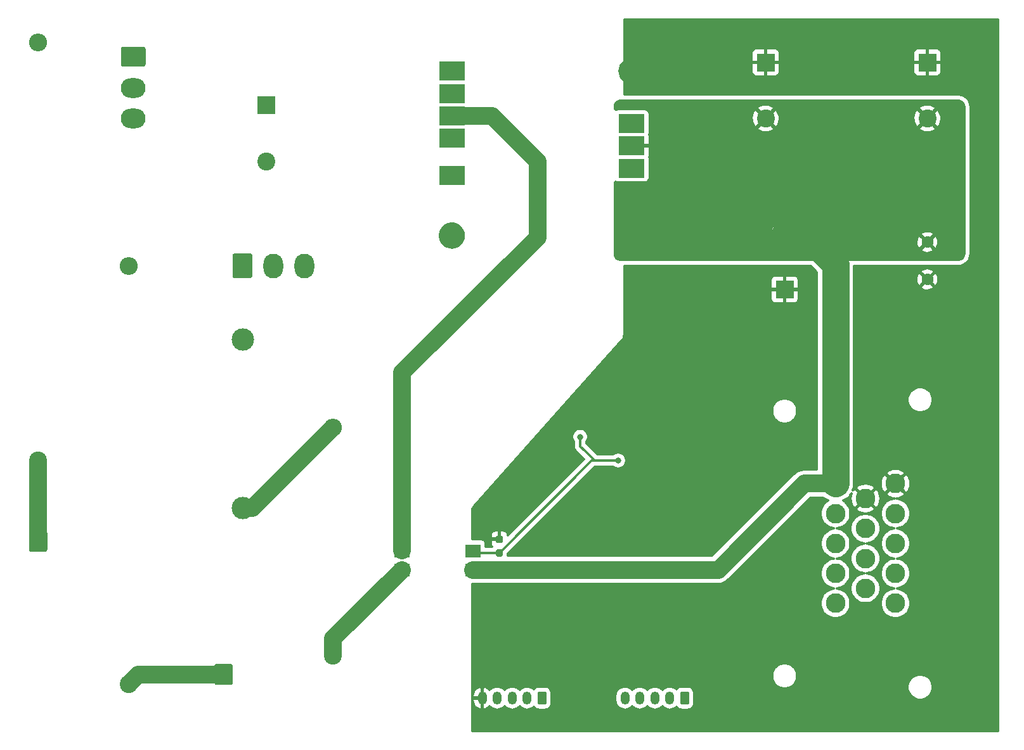
<source format=gbr>
%TF.GenerationSoftware,KiCad,Pcbnew,5.1.7-a382d34a8~88~ubuntu18.04.1*%
%TF.CreationDate,2021-03-18T09:15:53-04:00*%
%TF.ProjectId,HV_DCDC,48565f44-4344-4432-9e6b-696361645f70,rev?*%
%TF.SameCoordinates,Original*%
%TF.FileFunction,Copper,L2,Bot*%
%TF.FilePolarity,Positive*%
%FSLAX46Y46*%
G04 Gerber Fmt 4.6, Leading zero omitted, Abs format (unit mm)*
G04 Created by KiCad (PCBNEW 5.1.7-a382d34a8~88~ubuntu18.04.1) date 2021-03-18 09:15:53*
%MOMM*%
%LPD*%
G01*
G04 APERTURE LIST*
%TA.AperFunction,ComponentPad*%
%ADD10R,3.500000X2.500000*%
%TD*%
%TA.AperFunction,ComponentPad*%
%ADD11C,0.100000*%
%TD*%
%TA.AperFunction,ComponentPad*%
%ADD12C,2.625000*%
%TD*%
%TA.AperFunction,ComponentPad*%
%ADD13R,2.625000X2.625000*%
%TD*%
%TA.AperFunction,SMDPad,CuDef*%
%ADD14R,2.000000X1.780000*%
%TD*%
%TA.AperFunction,ComponentPad*%
%ADD15O,2.400000X2.400000*%
%TD*%
%TA.AperFunction,ComponentPad*%
%ADD16C,2.400000*%
%TD*%
%TA.AperFunction,ComponentPad*%
%ADD17O,1.200000X1.750000*%
%TD*%
%TA.AperFunction,ComponentPad*%
%ADD18O,3.300000X2.640000*%
%TD*%
%TA.AperFunction,ComponentPad*%
%ADD19O,2.640000X3.300000*%
%TD*%
%TA.AperFunction,ComponentPad*%
%ADD20C,3.000000*%
%TD*%
%TA.AperFunction,ComponentPad*%
%ADD21C,1.600000*%
%TD*%
%TA.AperFunction,ComponentPad*%
%ADD22R,2.400000X2.400000*%
%TD*%
%TA.AperFunction,ViaPad*%
%ADD23C,0.800000*%
%TD*%
%TA.AperFunction,Conductor*%
%ADD24C,0.360000*%
%TD*%
%TA.AperFunction,Conductor*%
%ADD25C,2.400000*%
%TD*%
%TA.AperFunction,Conductor*%
%ADD26C,3.600000*%
%TD*%
%TA.AperFunction,Conductor*%
%ADD27C,0.500000*%
%TD*%
%TA.AperFunction,Conductor*%
%ADD28C,0.100000*%
%TD*%
G04 APERTURE END LIST*
D10*
%TO.P,U1,8*%
%TO.N,N/C*%
X132080000Y-33020000D03*
%TA.AperFunction,ComponentPad*%
D11*
%TO.P,U1,14*%
G36*
X132336778Y-53288941D02*
G01*
X132505215Y-53322445D01*
X132669557Y-53372298D01*
X132828221Y-53438019D01*
X132979680Y-53518975D01*
X133122474Y-53614387D01*
X133255228Y-53723336D01*
X133376664Y-53844772D01*
X133485613Y-53977526D01*
X133581025Y-54120320D01*
X133661981Y-54271779D01*
X133727702Y-54430443D01*
X133777555Y-54594785D01*
X133811059Y-54763222D01*
X133827892Y-54934132D01*
X133827892Y-55105868D01*
X133811059Y-55276778D01*
X133777555Y-55445215D01*
X133727702Y-55609557D01*
X133661981Y-55768221D01*
X133581025Y-55919680D01*
X133485613Y-56062474D01*
X133376664Y-56195228D01*
X133255228Y-56316664D01*
X133122474Y-56425613D01*
X132979680Y-56521025D01*
X132828221Y-56601981D01*
X132669557Y-56667702D01*
X132505215Y-56717555D01*
X132336778Y-56751059D01*
X132165868Y-56767892D01*
X131994132Y-56767892D01*
X131823222Y-56751059D01*
X131654785Y-56717555D01*
X131490443Y-56667702D01*
X131331779Y-56601981D01*
X131180320Y-56521025D01*
X131037526Y-56425613D01*
X130904772Y-56316664D01*
X130783336Y-56195228D01*
X130674387Y-56062474D01*
X130578975Y-55919680D01*
X130498019Y-55768221D01*
X130432298Y-55609557D01*
X130382445Y-55445215D01*
X130348941Y-55276778D01*
X130332108Y-55105868D01*
X130332108Y-54934132D01*
X130348941Y-54763222D01*
X130382445Y-54594785D01*
X130432298Y-54430443D01*
X130498019Y-54271779D01*
X130578975Y-54120320D01*
X130674387Y-53977526D01*
X130783336Y-53844772D01*
X130904772Y-53723336D01*
X131037526Y-53614387D01*
X131180320Y-53518975D01*
X131331779Y-53438019D01*
X131490443Y-53372298D01*
X131654785Y-53322445D01*
X131823222Y-53288941D01*
X131994132Y-53272108D01*
X132165868Y-53272108D01*
X132336778Y-53288941D01*
G37*
%TD.AperFunction*%
D10*
%TO.P,U1,9*%
X132080000Y-36020000D03*
%TO.P,U1,10*%
%TO.N,/TSV-*%
X132080000Y-39020000D03*
%TO.P,U1,11*%
%TO.N,N/C*%
X132080000Y-42020000D03*
%TO.P,U1,12*%
%TO.N,/TSV+*%
X132080000Y-47020000D03*
%TA.AperFunction,ComponentPad*%
D11*
%TO.P,U1,7*%
%TO.N,GND*%
G36*
X156336778Y-31288941D02*
G01*
X156505215Y-31322445D01*
X156669557Y-31372298D01*
X156828221Y-31438019D01*
X156979680Y-31518975D01*
X157122474Y-31614387D01*
X157255228Y-31723336D01*
X157376664Y-31844772D01*
X157485613Y-31977526D01*
X157581025Y-32120320D01*
X157661981Y-32271779D01*
X157727702Y-32430443D01*
X157777555Y-32594785D01*
X157811059Y-32763222D01*
X157827892Y-32934132D01*
X157827892Y-33105868D01*
X157811059Y-33276778D01*
X157777555Y-33445215D01*
X157727702Y-33609557D01*
X157661981Y-33768221D01*
X157581025Y-33919680D01*
X157485613Y-34062474D01*
X157376664Y-34195228D01*
X157255228Y-34316664D01*
X157122474Y-34425613D01*
X156979680Y-34521025D01*
X156828221Y-34601981D01*
X156669557Y-34667702D01*
X156505215Y-34717555D01*
X156336778Y-34751059D01*
X156165868Y-34767892D01*
X155994132Y-34767892D01*
X155823222Y-34751059D01*
X155654785Y-34717555D01*
X155490443Y-34667702D01*
X155331779Y-34601981D01*
X155180320Y-34521025D01*
X155037526Y-34425613D01*
X154904772Y-34316664D01*
X154783336Y-34195228D01*
X154674387Y-34062474D01*
X154578975Y-33919680D01*
X154498019Y-33768221D01*
X154432298Y-33609557D01*
X154382445Y-33445215D01*
X154348941Y-33276778D01*
X154332108Y-33105868D01*
X154332108Y-32934132D01*
X154348941Y-32763222D01*
X154382445Y-32594785D01*
X154432298Y-32430443D01*
X154498019Y-32271779D01*
X154578975Y-32120320D01*
X154674387Y-31977526D01*
X154783336Y-31844772D01*
X154904772Y-31723336D01*
X155037526Y-31614387D01*
X155180320Y-31518975D01*
X155331779Y-31438019D01*
X155490443Y-31372298D01*
X155654785Y-31322445D01*
X155823222Y-31288941D01*
X155994132Y-31272108D01*
X156165868Y-31272108D01*
X156336778Y-31288941D01*
G37*
%TD.AperFunction*%
D10*
%TO.P,U1,6*%
%TO.N,N/C*%
X156080000Y-40020000D03*
%TO.P,U1,5*%
%TO.N,/+DCDC_OUT*%
X156080000Y-43020000D03*
%TO.P,U1,4*%
%TO.N,N/C*%
X156080000Y-46020000D03*
%TD*%
D12*
%TO.P,J5,14*%
%TO.N,/INPUT3*%
X191325000Y-104170000D03*
%TO.P,J5,13*%
%TO.N,/INPUT2*%
X191325000Y-100170000D03*
%TO.P,J5,12*%
%TO.N,/INPUT1*%
X191325000Y-96170000D03*
%TO.P,J5,11*%
%TO.N,+5V*%
X191325000Y-92170000D03*
%TO.P,J5,10*%
%TO.N,GND*%
X191325000Y-88170000D03*
%TO.P,J5,9*%
%TO.N,GNDREF*%
X187325000Y-102170000D03*
%TO.P,J5,8*%
%TO.N,/Fault_IND*%
X187325000Y-98170000D03*
%TO.P,J5,7*%
%TO.N,+12V*%
X187325000Y-94170000D03*
%TO.P,J5,6*%
%TO.N,GND*%
X187325000Y-90170000D03*
%TO.P,J5,5*%
%TO.N,/GND_Electric*%
X183325000Y-104170000D03*
%TO.P,J5,4*%
%TO.N,/GND_Chassis*%
X183325000Y-100170000D03*
%TO.P,J5,3*%
%TO.N,+12V*%
X183325000Y-96170000D03*
%TO.P,J5,2*%
%TO.N,/RED_ON_GND*%
X183325000Y-92170000D03*
D13*
%TO.P,J5,1*%
%TO.N,/+DCDC_OUT*%
X183325000Y-88170000D03*
%TD*%
D14*
%TO.P,U3,4*%
%TO.N,/+DCDC_OUT*%
X134940000Y-99695000D03*
%TO.P,U3,2*%
%TO.N,/TSV-*%
X125410000Y-97155000D03*
%TO.P,U3,3*%
%TO.N,VCC*%
X134940000Y-97155000D03*
%TO.P,U3,1*%
%TO.N,Net-(R1-Pad1)*%
X125410000Y-99695000D03*
%TD*%
D15*
%TO.P,R8,2*%
%TO.N,/TSV-*%
X76835000Y-29210000D03*
D16*
%TO.P,R8,1*%
%TO.N,/TSV-_TSMP*%
X76835000Y-85090000D03*
%TD*%
D15*
%TO.P,R7,2*%
%TO.N,/TSV+*%
X88900000Y-59055000D03*
D16*
%TO.P,R7,1*%
%TO.N,/TSV+_TSMP*%
X88900000Y-114935000D03*
%TD*%
%TO.P,R2,2*%
%TO.N,GND*%
%TA.AperFunction,SMDPad,CuDef*%
G36*
G01*
X138667500Y-96095000D02*
X138192500Y-96095000D01*
G75*
G02*
X137955000Y-95857500I0J237500D01*
G01*
X137955000Y-95357500D01*
G75*
G02*
X138192500Y-95120000I237500J0D01*
G01*
X138667500Y-95120000D01*
G75*
G02*
X138905000Y-95357500I0J-237500D01*
G01*
X138905000Y-95857500D01*
G75*
G02*
X138667500Y-96095000I-237500J0D01*
G01*
G37*
%TD.AperFunction*%
%TO.P,R2,1*%
%TO.N,VCC*%
%TA.AperFunction,SMDPad,CuDef*%
G36*
G01*
X138667500Y-97920000D02*
X138192500Y-97920000D01*
G75*
G02*
X137955000Y-97682500I0J237500D01*
G01*
X137955000Y-97182500D01*
G75*
G02*
X138192500Y-96945000I237500J0D01*
G01*
X138667500Y-96945000D01*
G75*
G02*
X138905000Y-97182500I0J-237500D01*
G01*
X138905000Y-97682500D01*
G75*
G02*
X138667500Y-97920000I-237500J0D01*
G01*
G37*
%TD.AperFunction*%
%TD*%
D15*
%TO.P,R1,2*%
%TO.N,/TSAL_TSV+*%
X116205000Y-80645000D03*
D16*
%TO.P,R1,1*%
%TO.N,Net-(R1-Pad1)*%
X116205000Y-111125000D03*
%TD*%
D17*
%TO.P,J7,5*%
%TO.N,GND*%
X136145000Y-116840000D03*
%TO.P,J7,4*%
%TO.N,+12V*%
X138145000Y-116840000D03*
%TO.P,J7,3*%
%TO.N,/Fault_IND*%
X140145000Y-116840000D03*
%TO.P,J7,2*%
%TO.N,/GND_Chassis*%
X142145000Y-116840000D03*
%TO.P,J7,1*%
%TO.N,/GND_Electric*%
%TA.AperFunction,ComponentPad*%
G36*
G01*
X144745000Y-116214999D02*
X144745000Y-117465001D01*
G75*
G02*
X144495001Y-117715000I-249999J0D01*
G01*
X143794999Y-117715000D01*
G75*
G02*
X143545000Y-117465001I0J249999D01*
G01*
X143545000Y-116214999D01*
G75*
G02*
X143794999Y-115965000I249999J0D01*
G01*
X144495001Y-115965000D01*
G75*
G02*
X144745000Y-116214999I0J-249999D01*
G01*
G37*
%TD.AperFunction*%
%TD*%
%TO.P,J6,5*%
%TO.N,GNDREF*%
X155195000Y-116840000D03*
%TO.P,J6,4*%
%TO.N,/INPUT3*%
X157195000Y-116840000D03*
%TO.P,J6,3*%
%TO.N,/INPUT2*%
X159195000Y-116840000D03*
%TO.P,J6,2*%
%TO.N,/INPUT1*%
X161195000Y-116840000D03*
%TO.P,J6,1*%
%TO.N,+5V*%
%TA.AperFunction,ComponentPad*%
G36*
G01*
X163795000Y-116214999D02*
X163795000Y-117465001D01*
G75*
G02*
X163545001Y-117715000I-249999J0D01*
G01*
X162844999Y-117715000D01*
G75*
G02*
X162595000Y-117465001I0J249999D01*
G01*
X162595000Y-116214999D01*
G75*
G02*
X162844999Y-115965000I249999J0D01*
G01*
X163545001Y-115965000D01*
G75*
G02*
X163795000Y-116214999I0J-249999D01*
G01*
G37*
%TD.AperFunction*%
%TD*%
%TO.P,J4,1*%
%TO.N,/TSV-_TSMP*%
%TA.AperFunction,ComponentPad*%
G36*
G01*
X75605000Y-97035001D02*
X75605000Y-94734999D01*
G75*
G02*
X75854999Y-94485000I249999J0D01*
G01*
X77815001Y-94485000D01*
G75*
G02*
X78065000Y-94734999I0J-249999D01*
G01*
X78065000Y-97035001D01*
G75*
G02*
X77815001Y-97285000I-249999J0D01*
G01*
X75854999Y-97285000D01*
G75*
G02*
X75605000Y-97035001I0J249999D01*
G01*
G37*
%TD.AperFunction*%
%TD*%
%TO.P,J3,1*%
%TO.N,/TSV+_TSMP*%
%TA.AperFunction,ComponentPad*%
G36*
G01*
X102830000Y-112514999D02*
X102830000Y-114815001D01*
G75*
G02*
X102580001Y-115065000I-249999J0D01*
G01*
X100619999Y-115065000D01*
G75*
G02*
X100370000Y-114815001I0J249999D01*
G01*
X100370000Y-112514999D01*
G75*
G02*
X100619999Y-112265000I249999J0D01*
G01*
X102580001Y-112265000D01*
G75*
G02*
X102830000Y-112514999I0J-249999D01*
G01*
G37*
%TD.AperFunction*%
%TD*%
D18*
%TO.P,J2,3*%
%TO.N,/TSV-*%
X89535000Y-39395000D03*
%TO.P,J2,2*%
X89535000Y-35255000D03*
%TO.P,J2,1*%
%TA.AperFunction,ComponentPad*%
G36*
G01*
X87885000Y-32185000D02*
X87885000Y-30045000D01*
G75*
G02*
X88135000Y-29795000I250000J0D01*
G01*
X90935000Y-29795000D01*
G75*
G02*
X91185000Y-30045000I0J-250000D01*
G01*
X91185000Y-32185000D01*
G75*
G02*
X90935000Y-32435000I-250000J0D01*
G01*
X88135000Y-32435000D01*
G75*
G02*
X87885000Y-32185000I0J250000D01*
G01*
G37*
%TD.AperFunction*%
%TD*%
D19*
%TO.P,J1,3*%
%TO.N,/TSV+*%
X112400000Y-59055000D03*
%TO.P,J1,2*%
X108260000Y-59055000D03*
%TO.P,J1,1*%
%TA.AperFunction,ComponentPad*%
G36*
G01*
X105190000Y-60705000D02*
X103050000Y-60705000D01*
G75*
G02*
X102800000Y-60455000I0J250000D01*
G01*
X102800000Y-57655000D01*
G75*
G02*
X103050000Y-57405000I250000J0D01*
G01*
X105190000Y-57405000D01*
G75*
G02*
X105440000Y-57655000I0J-250000D01*
G01*
X105440000Y-60455000D01*
G75*
G02*
X105190000Y-60705000I-250000J0D01*
G01*
G37*
%TD.AperFunction*%
%TD*%
D20*
%TO.P,F1,1*%
%TO.N,/TSAL_TSV+*%
X104140000Y-91440000D03*
%TO.P,F1,2*%
%TO.N,/TSV+*%
X104140000Y-68940000D03*
%TD*%
D21*
%TO.P,C8,2*%
%TO.N,GND*%
X195580000Y-60880000D03*
%TO.P,C8,1*%
%TO.N,/+DCDC_OUT*%
X195580000Y-55880000D03*
%TD*%
D22*
%TO.P,C7,2*%
%TO.N,GND*%
X176530000Y-62230000D03*
D16*
%TO.P,C7,1*%
%TO.N,/+DCDC_OUT*%
X176530000Y-54730000D03*
%TD*%
D22*
%TO.P,C6,2*%
%TO.N,GND*%
X173990000Y-31870000D03*
D16*
%TO.P,C6,1*%
%TO.N,/+DCDC_OUT*%
X173990000Y-39370000D03*
%TD*%
D22*
%TO.P,C5,2*%
%TO.N,GND*%
X195580000Y-31870000D03*
D16*
%TO.P,C5,1*%
%TO.N,/+DCDC_OUT*%
X195580000Y-39370000D03*
%TD*%
D22*
%TO.P,C4,2*%
%TO.N,/TSV-*%
X107315000Y-37585000D03*
D16*
%TO.P,C4,1*%
%TO.N,/TSV+*%
X107315000Y-45085000D03*
%TD*%
D23*
%TO.N,VCC*%
X154305000Y-85090000D03*
X149225000Y-81915000D03*
%TD*%
D24*
%TO.N,VCC*%
X154305000Y-85090000D02*
X151130000Y-85090000D01*
X151130000Y-85090000D02*
X149860000Y-83820000D01*
X149860000Y-83820000D02*
X149225000Y-83185000D01*
X149225000Y-83185000D02*
X149225000Y-81915000D01*
X150772500Y-85090000D02*
X138430000Y-97432500D01*
X151130000Y-85090000D02*
X150772500Y-85090000D01*
X135217500Y-97432500D02*
X134940000Y-97155000D01*
X138430000Y-97432500D02*
X135217500Y-97432500D01*
D25*
%TO.N,/TSV-*%
X132080000Y-39020000D02*
X137445000Y-39020000D01*
X137445000Y-39020000D02*
X143510000Y-45085000D01*
X143510000Y-45085000D02*
X143510000Y-55245000D01*
X125410000Y-73345000D02*
X125410000Y-97094991D01*
X143510000Y-55245000D02*
X125410000Y-73345000D01*
D26*
%TO.N,/+DCDC_OUT*%
X176530000Y-54730000D02*
X179190000Y-54730000D01*
X179190000Y-54730000D02*
X183325000Y-58865000D01*
X183325000Y-58865000D02*
X183325000Y-88170000D01*
D25*
X183325000Y-88170000D02*
X179165000Y-88170000D01*
X167640000Y-99695000D02*
X134940000Y-99695000D01*
X179165000Y-88170000D02*
X167640000Y-99695000D01*
%TO.N,/TSAL_TSV+*%
X105410000Y-91440000D02*
X116205000Y-80645000D01*
X104140000Y-91440000D02*
X105410000Y-91440000D01*
%TO.N,/TSV+_TSMP*%
X90170000Y-113665000D02*
X88900000Y-114935000D01*
X101600000Y-113665000D02*
X90170000Y-113665000D01*
%TO.N,/TSV-_TSMP*%
X76835000Y-95885000D02*
X76835000Y-85090000D01*
%TO.N,Net-(R1-Pad1)*%
X116205000Y-108900000D02*
X125410000Y-99695000D01*
X116205000Y-111125000D02*
X116205000Y-108900000D01*
%TD*%
D27*
%TO.N,/+DCDC_OUT*%
X199806083Y-37095598D02*
X199946550Y-37138207D01*
X200076004Y-37207402D01*
X200189475Y-37300525D01*
X200282598Y-37413996D01*
X200351793Y-37543450D01*
X200394402Y-37683917D01*
X200410000Y-37842281D01*
X200410000Y-57407719D01*
X200394402Y-57566083D01*
X200351793Y-57706550D01*
X200282598Y-57836004D01*
X200189475Y-57949475D01*
X200076004Y-58042598D01*
X199946550Y-58111793D01*
X199806083Y-58154402D01*
X199647719Y-58170000D01*
X154682281Y-58170000D01*
X154523917Y-58154402D01*
X154383450Y-58111793D01*
X154253996Y-58042598D01*
X154140525Y-57949475D01*
X154047402Y-57836004D01*
X153978207Y-57706550D01*
X153935598Y-57566083D01*
X153920000Y-57407719D01*
X153920000Y-56855830D01*
X194609827Y-56855830D01*
X194663039Y-57148894D01*
X194928207Y-57303402D01*
X195218423Y-57403211D01*
X195522534Y-57444483D01*
X195828854Y-57425633D01*
X196125611Y-57347385D01*
X196401399Y-57212746D01*
X196496961Y-57148894D01*
X196550173Y-56855830D01*
X195580000Y-55885657D01*
X194609827Y-56855830D01*
X153920000Y-56855830D01*
X153920000Y-55990043D01*
X175275614Y-55990043D01*
X175376787Y-56324068D01*
X175709933Y-56518419D01*
X176074594Y-56644042D01*
X176456755Y-56696109D01*
X176841731Y-56672620D01*
X177214728Y-56574477D01*
X177561410Y-56405453D01*
X177683213Y-56324068D01*
X177784386Y-55990043D01*
X176530000Y-54735657D01*
X175275614Y-55990043D01*
X153920000Y-55990043D01*
X153920000Y-54656755D01*
X174563891Y-54656755D01*
X174587380Y-55041731D01*
X174685523Y-55414728D01*
X174854547Y-55761410D01*
X174935932Y-55883213D01*
X175269957Y-55984386D01*
X176524343Y-54730000D01*
X176535657Y-54730000D01*
X177790043Y-55984386D01*
X178124068Y-55883213D01*
X178159466Y-55822534D01*
X194015517Y-55822534D01*
X194034367Y-56128854D01*
X194112615Y-56425611D01*
X194247254Y-56701399D01*
X194311106Y-56796961D01*
X194604170Y-56850173D01*
X195574343Y-55880000D01*
X195585657Y-55880000D01*
X196555830Y-56850173D01*
X196848894Y-56796961D01*
X197003402Y-56531793D01*
X197103211Y-56241577D01*
X197144483Y-55937466D01*
X197125633Y-55631146D01*
X197047385Y-55334389D01*
X196912746Y-55058601D01*
X196848894Y-54963039D01*
X196555830Y-54909827D01*
X195585657Y-55880000D01*
X195574343Y-55880000D01*
X194604170Y-54909827D01*
X194311106Y-54963039D01*
X194156598Y-55228207D01*
X194056789Y-55518423D01*
X194015517Y-55822534D01*
X178159466Y-55822534D01*
X178318419Y-55550067D01*
X178444042Y-55185406D01*
X178482358Y-54904170D01*
X194609827Y-54904170D01*
X195580000Y-55874343D01*
X196550173Y-54904170D01*
X196496961Y-54611106D01*
X196231793Y-54456598D01*
X195941577Y-54356789D01*
X195637466Y-54315517D01*
X195331146Y-54334367D01*
X195034389Y-54412615D01*
X194758601Y-54547254D01*
X194663039Y-54611106D01*
X194609827Y-54904170D01*
X178482358Y-54904170D01*
X178496109Y-54803245D01*
X178472620Y-54418269D01*
X178374477Y-54045272D01*
X178205453Y-53698590D01*
X178124068Y-53576787D01*
X177790043Y-53475614D01*
X176535657Y-54730000D01*
X176524343Y-54730000D01*
X175269957Y-53475614D01*
X174935932Y-53576787D01*
X174741581Y-53909933D01*
X174615958Y-54274594D01*
X174563891Y-54656755D01*
X153920000Y-54656755D01*
X153920000Y-53469957D01*
X175275614Y-53469957D01*
X176530000Y-54724343D01*
X177784386Y-53469957D01*
X177683213Y-53135932D01*
X177350067Y-52941581D01*
X176985406Y-52815958D01*
X176603245Y-52763891D01*
X176218269Y-52787380D01*
X175845272Y-52885523D01*
X175498590Y-53054547D01*
X175376787Y-53135932D01*
X175275614Y-53469957D01*
X153920000Y-53469957D01*
X153920000Y-47910337D01*
X154038523Y-47973689D01*
X154181406Y-48017032D01*
X154330000Y-48031667D01*
X157830000Y-48031667D01*
X157978594Y-48017032D01*
X158121477Y-47973689D01*
X158253160Y-47903303D01*
X158368580Y-47808580D01*
X158463303Y-47693160D01*
X158533689Y-47561477D01*
X158577032Y-47418594D01*
X158591667Y-47270000D01*
X158591667Y-44770000D01*
X158577032Y-44621406D01*
X158546271Y-44520001D01*
X158577033Y-44418594D01*
X158591668Y-44270000D01*
X158588000Y-43213500D01*
X158398500Y-43024000D01*
X156084000Y-43024000D01*
X156084000Y-43044000D01*
X156076000Y-43044000D01*
X156076000Y-43024000D01*
X156056000Y-43024000D01*
X156056000Y-43016000D01*
X156076000Y-43016000D01*
X156076000Y-42996000D01*
X156084000Y-42996000D01*
X156084000Y-43016000D01*
X158398500Y-43016000D01*
X158588000Y-42826500D01*
X158591668Y-41770000D01*
X158577033Y-41621406D01*
X158546271Y-41519999D01*
X158577032Y-41418594D01*
X158591667Y-41270000D01*
X158591667Y-40630043D01*
X172735614Y-40630043D01*
X172836787Y-40964068D01*
X173169933Y-41158419D01*
X173534594Y-41284042D01*
X173916755Y-41336109D01*
X174301731Y-41312620D01*
X174674728Y-41214477D01*
X175021410Y-41045453D01*
X175143213Y-40964068D01*
X175244386Y-40630043D01*
X194325614Y-40630043D01*
X194426787Y-40964068D01*
X194759933Y-41158419D01*
X195124594Y-41284042D01*
X195506755Y-41336109D01*
X195891731Y-41312620D01*
X196264728Y-41214477D01*
X196611410Y-41045453D01*
X196733213Y-40964068D01*
X196834386Y-40630043D01*
X195580000Y-39375657D01*
X194325614Y-40630043D01*
X175244386Y-40630043D01*
X173990000Y-39375657D01*
X172735614Y-40630043D01*
X158591667Y-40630043D01*
X158591667Y-39296755D01*
X172023891Y-39296755D01*
X172047380Y-39681731D01*
X172145523Y-40054728D01*
X172314547Y-40401410D01*
X172395932Y-40523213D01*
X172729957Y-40624386D01*
X173984343Y-39370000D01*
X173995657Y-39370000D01*
X175250043Y-40624386D01*
X175584068Y-40523213D01*
X175778419Y-40190067D01*
X175904042Y-39825406D01*
X175956109Y-39443245D01*
X175947172Y-39296755D01*
X193613891Y-39296755D01*
X193637380Y-39681731D01*
X193735523Y-40054728D01*
X193904547Y-40401410D01*
X193985932Y-40523213D01*
X194319957Y-40624386D01*
X195574343Y-39370000D01*
X195585657Y-39370000D01*
X196840043Y-40624386D01*
X197174068Y-40523213D01*
X197368419Y-40190067D01*
X197494042Y-39825406D01*
X197546109Y-39443245D01*
X197522620Y-39058269D01*
X197424477Y-38685272D01*
X197255453Y-38338590D01*
X197174068Y-38216787D01*
X196840043Y-38115614D01*
X195585657Y-39370000D01*
X195574343Y-39370000D01*
X194319957Y-38115614D01*
X193985932Y-38216787D01*
X193791581Y-38549933D01*
X193665958Y-38914594D01*
X193613891Y-39296755D01*
X175947172Y-39296755D01*
X175932620Y-39058269D01*
X175834477Y-38685272D01*
X175665453Y-38338590D01*
X175584068Y-38216787D01*
X175250043Y-38115614D01*
X173995657Y-39370000D01*
X173984343Y-39370000D01*
X172729957Y-38115614D01*
X172395932Y-38216787D01*
X172201581Y-38549933D01*
X172075958Y-38914594D01*
X172023891Y-39296755D01*
X158591667Y-39296755D01*
X158591667Y-38770000D01*
X158577032Y-38621406D01*
X158533689Y-38478523D01*
X158463303Y-38346840D01*
X158368580Y-38231420D01*
X158253160Y-38136697D01*
X158203133Y-38109957D01*
X172735614Y-38109957D01*
X173990000Y-39364343D01*
X175244386Y-38109957D01*
X194325614Y-38109957D01*
X195580000Y-39364343D01*
X196834386Y-38109957D01*
X196733213Y-37775932D01*
X196400067Y-37581581D01*
X196035406Y-37455958D01*
X195653245Y-37403891D01*
X195268269Y-37427380D01*
X194895272Y-37525523D01*
X194548590Y-37694547D01*
X194426787Y-37775932D01*
X194325614Y-38109957D01*
X175244386Y-38109957D01*
X175143213Y-37775932D01*
X174810067Y-37581581D01*
X174445406Y-37455958D01*
X174063245Y-37403891D01*
X173678269Y-37427380D01*
X173305272Y-37525523D01*
X172958590Y-37694547D01*
X172836787Y-37775932D01*
X172735614Y-38109957D01*
X158203133Y-38109957D01*
X158121477Y-38066311D01*
X157978594Y-38022968D01*
X157830000Y-38008333D01*
X154330000Y-38008333D01*
X154181406Y-38022968D01*
X154038523Y-38066311D01*
X153920000Y-38129663D01*
X153920000Y-37842281D01*
X153935598Y-37683917D01*
X153978207Y-37543450D01*
X154047402Y-37413996D01*
X154140525Y-37300525D01*
X154253996Y-37207402D01*
X154383450Y-37138207D01*
X154523917Y-37095598D01*
X154682281Y-37080000D01*
X199647719Y-37080000D01*
X199806083Y-37095598D01*
%TA.AperFunction,Conductor*%
D28*
G36*
X199806083Y-37095598D02*
G01*
X199946550Y-37138207D01*
X200076004Y-37207402D01*
X200189475Y-37300525D01*
X200282598Y-37413996D01*
X200351793Y-37543450D01*
X200394402Y-37683917D01*
X200410000Y-37842281D01*
X200410000Y-57407719D01*
X200394402Y-57566083D01*
X200351793Y-57706550D01*
X200282598Y-57836004D01*
X200189475Y-57949475D01*
X200076004Y-58042598D01*
X199946550Y-58111793D01*
X199806083Y-58154402D01*
X199647719Y-58170000D01*
X154682281Y-58170000D01*
X154523917Y-58154402D01*
X154383450Y-58111793D01*
X154253996Y-58042598D01*
X154140525Y-57949475D01*
X154047402Y-57836004D01*
X153978207Y-57706550D01*
X153935598Y-57566083D01*
X153920000Y-57407719D01*
X153920000Y-56855830D01*
X194609827Y-56855830D01*
X194663039Y-57148894D01*
X194928207Y-57303402D01*
X195218423Y-57403211D01*
X195522534Y-57444483D01*
X195828854Y-57425633D01*
X196125611Y-57347385D01*
X196401399Y-57212746D01*
X196496961Y-57148894D01*
X196550173Y-56855830D01*
X195580000Y-55885657D01*
X194609827Y-56855830D01*
X153920000Y-56855830D01*
X153920000Y-55990043D01*
X175275614Y-55990043D01*
X175376787Y-56324068D01*
X175709933Y-56518419D01*
X176074594Y-56644042D01*
X176456755Y-56696109D01*
X176841731Y-56672620D01*
X177214728Y-56574477D01*
X177561410Y-56405453D01*
X177683213Y-56324068D01*
X177784386Y-55990043D01*
X176530000Y-54735657D01*
X175275614Y-55990043D01*
X153920000Y-55990043D01*
X153920000Y-54656755D01*
X174563891Y-54656755D01*
X174587380Y-55041731D01*
X174685523Y-55414728D01*
X174854547Y-55761410D01*
X174935932Y-55883213D01*
X175269957Y-55984386D01*
X176524343Y-54730000D01*
X176535657Y-54730000D01*
X177790043Y-55984386D01*
X178124068Y-55883213D01*
X178159466Y-55822534D01*
X194015517Y-55822534D01*
X194034367Y-56128854D01*
X194112615Y-56425611D01*
X194247254Y-56701399D01*
X194311106Y-56796961D01*
X194604170Y-56850173D01*
X195574343Y-55880000D01*
X195585657Y-55880000D01*
X196555830Y-56850173D01*
X196848894Y-56796961D01*
X197003402Y-56531793D01*
X197103211Y-56241577D01*
X197144483Y-55937466D01*
X197125633Y-55631146D01*
X197047385Y-55334389D01*
X196912746Y-55058601D01*
X196848894Y-54963039D01*
X196555830Y-54909827D01*
X195585657Y-55880000D01*
X195574343Y-55880000D01*
X194604170Y-54909827D01*
X194311106Y-54963039D01*
X194156598Y-55228207D01*
X194056789Y-55518423D01*
X194015517Y-55822534D01*
X178159466Y-55822534D01*
X178318419Y-55550067D01*
X178444042Y-55185406D01*
X178482358Y-54904170D01*
X194609827Y-54904170D01*
X195580000Y-55874343D01*
X196550173Y-54904170D01*
X196496961Y-54611106D01*
X196231793Y-54456598D01*
X195941577Y-54356789D01*
X195637466Y-54315517D01*
X195331146Y-54334367D01*
X195034389Y-54412615D01*
X194758601Y-54547254D01*
X194663039Y-54611106D01*
X194609827Y-54904170D01*
X178482358Y-54904170D01*
X178496109Y-54803245D01*
X178472620Y-54418269D01*
X178374477Y-54045272D01*
X178205453Y-53698590D01*
X178124068Y-53576787D01*
X177790043Y-53475614D01*
X176535657Y-54730000D01*
X176524343Y-54730000D01*
X175269957Y-53475614D01*
X174935932Y-53576787D01*
X174741581Y-53909933D01*
X174615958Y-54274594D01*
X174563891Y-54656755D01*
X153920000Y-54656755D01*
X153920000Y-53469957D01*
X175275614Y-53469957D01*
X176530000Y-54724343D01*
X177784386Y-53469957D01*
X177683213Y-53135932D01*
X177350067Y-52941581D01*
X176985406Y-52815958D01*
X176603245Y-52763891D01*
X176218269Y-52787380D01*
X175845272Y-52885523D01*
X175498590Y-53054547D01*
X175376787Y-53135932D01*
X175275614Y-53469957D01*
X153920000Y-53469957D01*
X153920000Y-47910337D01*
X154038523Y-47973689D01*
X154181406Y-48017032D01*
X154330000Y-48031667D01*
X157830000Y-48031667D01*
X157978594Y-48017032D01*
X158121477Y-47973689D01*
X158253160Y-47903303D01*
X158368580Y-47808580D01*
X158463303Y-47693160D01*
X158533689Y-47561477D01*
X158577032Y-47418594D01*
X158591667Y-47270000D01*
X158591667Y-44770000D01*
X158577032Y-44621406D01*
X158546271Y-44520001D01*
X158577033Y-44418594D01*
X158591668Y-44270000D01*
X158588000Y-43213500D01*
X158398500Y-43024000D01*
X156084000Y-43024000D01*
X156084000Y-43044000D01*
X156076000Y-43044000D01*
X156076000Y-43024000D01*
X156056000Y-43024000D01*
X156056000Y-43016000D01*
X156076000Y-43016000D01*
X156076000Y-42996000D01*
X156084000Y-42996000D01*
X156084000Y-43016000D01*
X158398500Y-43016000D01*
X158588000Y-42826500D01*
X158591668Y-41770000D01*
X158577033Y-41621406D01*
X158546271Y-41519999D01*
X158577032Y-41418594D01*
X158591667Y-41270000D01*
X158591667Y-40630043D01*
X172735614Y-40630043D01*
X172836787Y-40964068D01*
X173169933Y-41158419D01*
X173534594Y-41284042D01*
X173916755Y-41336109D01*
X174301731Y-41312620D01*
X174674728Y-41214477D01*
X175021410Y-41045453D01*
X175143213Y-40964068D01*
X175244386Y-40630043D01*
X194325614Y-40630043D01*
X194426787Y-40964068D01*
X194759933Y-41158419D01*
X195124594Y-41284042D01*
X195506755Y-41336109D01*
X195891731Y-41312620D01*
X196264728Y-41214477D01*
X196611410Y-41045453D01*
X196733213Y-40964068D01*
X196834386Y-40630043D01*
X195580000Y-39375657D01*
X194325614Y-40630043D01*
X175244386Y-40630043D01*
X173990000Y-39375657D01*
X172735614Y-40630043D01*
X158591667Y-40630043D01*
X158591667Y-39296755D01*
X172023891Y-39296755D01*
X172047380Y-39681731D01*
X172145523Y-40054728D01*
X172314547Y-40401410D01*
X172395932Y-40523213D01*
X172729957Y-40624386D01*
X173984343Y-39370000D01*
X173995657Y-39370000D01*
X175250043Y-40624386D01*
X175584068Y-40523213D01*
X175778419Y-40190067D01*
X175904042Y-39825406D01*
X175956109Y-39443245D01*
X175947172Y-39296755D01*
X193613891Y-39296755D01*
X193637380Y-39681731D01*
X193735523Y-40054728D01*
X193904547Y-40401410D01*
X193985932Y-40523213D01*
X194319957Y-40624386D01*
X195574343Y-39370000D01*
X195585657Y-39370000D01*
X196840043Y-40624386D01*
X197174068Y-40523213D01*
X197368419Y-40190067D01*
X197494042Y-39825406D01*
X197546109Y-39443245D01*
X197522620Y-39058269D01*
X197424477Y-38685272D01*
X197255453Y-38338590D01*
X197174068Y-38216787D01*
X196840043Y-38115614D01*
X195585657Y-39370000D01*
X195574343Y-39370000D01*
X194319957Y-38115614D01*
X193985932Y-38216787D01*
X193791581Y-38549933D01*
X193665958Y-38914594D01*
X193613891Y-39296755D01*
X175947172Y-39296755D01*
X175932620Y-39058269D01*
X175834477Y-38685272D01*
X175665453Y-38338590D01*
X175584068Y-38216787D01*
X175250043Y-38115614D01*
X173995657Y-39370000D01*
X173984343Y-39370000D01*
X172729957Y-38115614D01*
X172395932Y-38216787D01*
X172201581Y-38549933D01*
X172075958Y-38914594D01*
X172023891Y-39296755D01*
X158591667Y-39296755D01*
X158591667Y-38770000D01*
X158577032Y-38621406D01*
X158533689Y-38478523D01*
X158463303Y-38346840D01*
X158368580Y-38231420D01*
X158253160Y-38136697D01*
X158203133Y-38109957D01*
X172735614Y-38109957D01*
X173990000Y-39364343D01*
X175244386Y-38109957D01*
X194325614Y-38109957D01*
X195580000Y-39364343D01*
X196834386Y-38109957D01*
X196733213Y-37775932D01*
X196400067Y-37581581D01*
X196035406Y-37455958D01*
X195653245Y-37403891D01*
X195268269Y-37427380D01*
X194895272Y-37525523D01*
X194548590Y-37694547D01*
X194426787Y-37775932D01*
X194325614Y-38109957D01*
X175244386Y-38109957D01*
X175143213Y-37775932D01*
X174810067Y-37581581D01*
X174445406Y-37455958D01*
X174063245Y-37403891D01*
X173678269Y-37427380D01*
X173305272Y-37525523D01*
X172958590Y-37694547D01*
X172836787Y-37775932D01*
X172735614Y-38109957D01*
X158203133Y-38109957D01*
X158121477Y-38066311D01*
X157978594Y-38022968D01*
X157830000Y-38008333D01*
X154330000Y-38008333D01*
X154181406Y-38022968D01*
X154038523Y-38066311D01*
X153920000Y-38129663D01*
X153920000Y-37842281D01*
X153935598Y-37683917D01*
X153978207Y-37543450D01*
X154047402Y-37413996D01*
X154140525Y-37300525D01*
X154253996Y-37207402D01*
X154383450Y-37138207D01*
X154523917Y-37095598D01*
X154682281Y-37080000D01*
X199647719Y-37080000D01*
X199806083Y-37095598D01*
G37*
%TD.AperFunction*%
%TD*%
D24*
%TO.N,GND*%
X205027001Y-121207000D02*
X134855194Y-121207000D01*
X134816610Y-121079804D01*
X134800000Y-120911160D01*
X134800000Y-116914000D01*
X134857000Y-116914000D01*
X134857000Y-117189000D01*
X134896185Y-117438854D01*
X134983361Y-117676263D01*
X135115179Y-117892103D01*
X135286572Y-118078079D01*
X135490954Y-118227045D01*
X135720471Y-118333275D01*
X135870756Y-118373465D01*
X136071000Y-118228544D01*
X136071000Y-116914000D01*
X134857000Y-116914000D01*
X134800000Y-116914000D01*
X134800000Y-116491000D01*
X134857000Y-116491000D01*
X134857000Y-116766000D01*
X136071000Y-116766000D01*
X136071000Y-115451456D01*
X136219000Y-115451456D01*
X136219000Y-116766000D01*
X136239000Y-116766000D01*
X136239000Y-116914000D01*
X136219000Y-116914000D01*
X136219000Y-118228544D01*
X136419244Y-118373465D01*
X136569529Y-118333275D01*
X136799046Y-118227045D01*
X137003428Y-118078079D01*
X137143992Y-117925555D01*
X137229840Y-118030160D01*
X137425963Y-118191115D01*
X137649719Y-118310714D01*
X137892508Y-118384364D01*
X138145000Y-118409232D01*
X138397491Y-118384364D01*
X138640280Y-118310714D01*
X138864036Y-118191115D01*
X139060160Y-118030160D01*
X139145000Y-117926783D01*
X139229840Y-118030160D01*
X139425963Y-118191115D01*
X139649719Y-118310714D01*
X139892508Y-118384364D01*
X140145000Y-118409232D01*
X140397491Y-118384364D01*
X140640280Y-118310714D01*
X140864036Y-118191115D01*
X141060160Y-118030160D01*
X141145000Y-117926783D01*
X141229840Y-118030160D01*
X141425963Y-118191115D01*
X141649719Y-118310714D01*
X141892508Y-118384364D01*
X142145000Y-118409232D01*
X142397491Y-118384364D01*
X142640280Y-118310714D01*
X142864036Y-118191115D01*
X143052257Y-118036645D01*
X143129380Y-118130620D01*
X143272026Y-118247686D01*
X143434769Y-118334674D01*
X143611355Y-118388241D01*
X143794999Y-118406328D01*
X144495001Y-118406328D01*
X144678645Y-118388241D01*
X144855231Y-118334674D01*
X145017974Y-118247686D01*
X145160620Y-118130620D01*
X145277686Y-117987974D01*
X145364674Y-117825231D01*
X145418241Y-117648645D01*
X145436328Y-117465001D01*
X145436328Y-116501725D01*
X153907000Y-116501725D01*
X153907000Y-117178274D01*
X153925636Y-117367491D01*
X153999286Y-117610280D01*
X154118885Y-117834036D01*
X154279840Y-118030160D01*
X154475963Y-118191115D01*
X154699719Y-118310714D01*
X154942508Y-118384364D01*
X155195000Y-118409232D01*
X155447491Y-118384364D01*
X155690280Y-118310714D01*
X155914036Y-118191115D01*
X156110160Y-118030160D01*
X156195000Y-117926783D01*
X156279840Y-118030160D01*
X156475963Y-118191115D01*
X156699719Y-118310714D01*
X156942508Y-118384364D01*
X157195000Y-118409232D01*
X157447491Y-118384364D01*
X157690280Y-118310714D01*
X157914036Y-118191115D01*
X158110160Y-118030160D01*
X158195000Y-117926783D01*
X158279840Y-118030160D01*
X158475963Y-118191115D01*
X158699719Y-118310714D01*
X158942508Y-118384364D01*
X159195000Y-118409232D01*
X159447491Y-118384364D01*
X159690280Y-118310714D01*
X159914036Y-118191115D01*
X160110160Y-118030160D01*
X160195000Y-117926783D01*
X160279840Y-118030160D01*
X160475963Y-118191115D01*
X160699719Y-118310714D01*
X160942508Y-118384364D01*
X161195000Y-118409232D01*
X161447491Y-118384364D01*
X161690280Y-118310714D01*
X161914036Y-118191115D01*
X162102257Y-118036645D01*
X162179380Y-118130620D01*
X162322026Y-118247686D01*
X162484769Y-118334674D01*
X162661355Y-118388241D01*
X162844999Y-118406328D01*
X163545001Y-118406328D01*
X163728645Y-118388241D01*
X163905231Y-118334674D01*
X164067974Y-118247686D01*
X164210620Y-118130620D01*
X164327686Y-117987974D01*
X164414674Y-117825231D01*
X164468241Y-117648645D01*
X164486328Y-117465001D01*
X164486328Y-116214999D01*
X164468241Y-116031355D01*
X164414674Y-115854769D01*
X164327686Y-115692026D01*
X164210620Y-115549380D01*
X164067974Y-115432314D01*
X163905231Y-115345326D01*
X163728645Y-115291759D01*
X163545001Y-115273672D01*
X162844999Y-115273672D01*
X162661355Y-115291759D01*
X162484769Y-115345326D01*
X162322026Y-115432314D01*
X162179380Y-115549380D01*
X162102257Y-115643355D01*
X161914037Y-115488885D01*
X161690281Y-115369286D01*
X161447492Y-115295636D01*
X161195000Y-115270768D01*
X160942509Y-115295636D01*
X160699720Y-115369286D01*
X160475964Y-115488885D01*
X160279841Y-115649840D01*
X160195000Y-115753217D01*
X160110160Y-115649840D01*
X159914037Y-115488885D01*
X159690281Y-115369286D01*
X159447492Y-115295636D01*
X159195000Y-115270768D01*
X158942509Y-115295636D01*
X158699720Y-115369286D01*
X158475964Y-115488885D01*
X158279841Y-115649840D01*
X158195000Y-115753217D01*
X158110160Y-115649840D01*
X157914037Y-115488885D01*
X157690281Y-115369286D01*
X157447492Y-115295636D01*
X157195000Y-115270768D01*
X156942509Y-115295636D01*
X156699720Y-115369286D01*
X156475964Y-115488885D01*
X156279841Y-115649840D01*
X156195000Y-115753217D01*
X156110160Y-115649840D01*
X155914037Y-115488885D01*
X155690281Y-115369286D01*
X155447492Y-115295636D01*
X155195000Y-115270768D01*
X154942509Y-115295636D01*
X154699720Y-115369286D01*
X154475964Y-115488885D01*
X154279841Y-115649840D01*
X154118885Y-115845963D01*
X153999286Y-116069719D01*
X153925636Y-116312508D01*
X153907000Y-116501725D01*
X145436328Y-116501725D01*
X145436328Y-116214999D01*
X145418241Y-116031355D01*
X145364674Y-115854769D01*
X145277686Y-115692026D01*
X145160620Y-115549380D01*
X145017974Y-115432314D01*
X144855231Y-115345326D01*
X144678645Y-115291759D01*
X144495001Y-115273672D01*
X143794999Y-115273672D01*
X143611355Y-115291759D01*
X143434769Y-115345326D01*
X143272026Y-115432314D01*
X143129380Y-115549380D01*
X143052257Y-115643355D01*
X142864037Y-115488885D01*
X142640281Y-115369286D01*
X142397492Y-115295636D01*
X142145000Y-115270768D01*
X141892509Y-115295636D01*
X141649720Y-115369286D01*
X141425964Y-115488885D01*
X141229841Y-115649840D01*
X141145000Y-115753217D01*
X141060160Y-115649840D01*
X140864037Y-115488885D01*
X140640281Y-115369286D01*
X140397492Y-115295636D01*
X140145000Y-115270768D01*
X139892509Y-115295636D01*
X139649720Y-115369286D01*
X139425964Y-115488885D01*
X139229841Y-115649840D01*
X139145000Y-115753217D01*
X139060160Y-115649840D01*
X138864037Y-115488885D01*
X138640281Y-115369286D01*
X138397492Y-115295636D01*
X138145000Y-115270768D01*
X137892509Y-115295636D01*
X137649720Y-115369286D01*
X137425964Y-115488885D01*
X137229841Y-115649840D01*
X137143992Y-115754445D01*
X137003428Y-115601921D01*
X136799046Y-115452955D01*
X136569529Y-115346725D01*
X136419244Y-115306535D01*
X136219000Y-115451456D01*
X136071000Y-115451456D01*
X135870756Y-115306535D01*
X135720471Y-115346725D01*
X135490954Y-115452955D01*
X135286572Y-115601921D01*
X135115179Y-115787897D01*
X134983361Y-116003737D01*
X134896185Y-116241146D01*
X134857000Y-116491000D01*
X134800000Y-116491000D01*
X134800000Y-113703746D01*
X174837000Y-113703746D01*
X174837000Y-114036254D01*
X174901868Y-114362372D01*
X175029113Y-114669568D01*
X175213844Y-114946038D01*
X175448962Y-115181156D01*
X175725432Y-115365887D01*
X176032628Y-115493132D01*
X176358746Y-115558000D01*
X176691254Y-115558000D01*
X177017372Y-115493132D01*
X177324568Y-115365887D01*
X177567229Y-115203746D01*
X192937000Y-115203746D01*
X192937000Y-115536254D01*
X193001868Y-115862372D01*
X193129113Y-116169568D01*
X193313844Y-116446038D01*
X193548962Y-116681156D01*
X193825432Y-116865887D01*
X194132628Y-116993132D01*
X194458746Y-117058000D01*
X194791254Y-117058000D01*
X195117372Y-116993132D01*
X195424568Y-116865887D01*
X195701038Y-116681156D01*
X195936156Y-116446038D01*
X196120887Y-116169568D01*
X196248132Y-115862372D01*
X196313000Y-115536254D01*
X196313000Y-115203746D01*
X196248132Y-114877628D01*
X196120887Y-114570432D01*
X195936156Y-114293962D01*
X195701038Y-114058844D01*
X195424568Y-113874113D01*
X195117372Y-113746868D01*
X194791254Y-113682000D01*
X194458746Y-113682000D01*
X194132628Y-113746868D01*
X193825432Y-113874113D01*
X193548962Y-114058844D01*
X193313844Y-114293962D01*
X193129113Y-114570432D01*
X193001868Y-114877628D01*
X192937000Y-115203746D01*
X177567229Y-115203746D01*
X177601038Y-115181156D01*
X177836156Y-114946038D01*
X178020887Y-114669568D01*
X178148132Y-114362372D01*
X178213000Y-114036254D01*
X178213000Y-113703746D01*
X178148132Y-113377628D01*
X178020887Y-113070432D01*
X177836156Y-112793962D01*
X177601038Y-112558844D01*
X177324568Y-112374113D01*
X177017372Y-112246868D01*
X176691254Y-112182000D01*
X176358746Y-112182000D01*
X176032628Y-112246868D01*
X175725432Y-112374113D01*
X175448962Y-112558844D01*
X175213844Y-112793962D01*
X175029113Y-113070432D01*
X174901868Y-113377628D01*
X174837000Y-113703746D01*
X134800000Y-113703746D01*
X134800000Y-101578346D01*
X134847251Y-101583000D01*
X167547259Y-101583000D01*
X167640000Y-101592134D01*
X167732741Y-101583000D01*
X167732749Y-101583000D01*
X168010113Y-101555682D01*
X168366002Y-101447724D01*
X168693992Y-101272410D01*
X168981477Y-101036477D01*
X169040602Y-100964433D01*
X179947035Y-90058000D01*
X181629695Y-90058000D01*
X181747940Y-90121204D01*
X181799897Y-90136965D01*
X181936054Y-90248706D01*
X182304709Y-90445756D01*
X182049755Y-90616110D01*
X181771110Y-90894755D01*
X181552180Y-91222408D01*
X181401378Y-91586476D01*
X181324500Y-91972968D01*
X181324500Y-92367032D01*
X181401378Y-92753524D01*
X181552180Y-93117592D01*
X181771110Y-93445245D01*
X182049755Y-93723890D01*
X182377408Y-93942820D01*
X182741476Y-94093622D01*
X183125454Y-94170000D01*
X182741476Y-94246378D01*
X182377408Y-94397180D01*
X182049755Y-94616110D01*
X181771110Y-94894755D01*
X181552180Y-95222408D01*
X181401378Y-95586476D01*
X181324500Y-95972968D01*
X181324500Y-96367032D01*
X181401378Y-96753524D01*
X181552180Y-97117592D01*
X181771110Y-97445245D01*
X182049755Y-97723890D01*
X182377408Y-97942820D01*
X182741476Y-98093622D01*
X183125454Y-98170000D01*
X182741476Y-98246378D01*
X182377408Y-98397180D01*
X182049755Y-98616110D01*
X181771110Y-98894755D01*
X181552180Y-99222408D01*
X181401378Y-99586476D01*
X181324500Y-99972968D01*
X181324500Y-100367032D01*
X181401378Y-100753524D01*
X181552180Y-101117592D01*
X181771110Y-101445245D01*
X182049755Y-101723890D01*
X182377408Y-101942820D01*
X182741476Y-102093622D01*
X183125454Y-102170000D01*
X182741476Y-102246378D01*
X182377408Y-102397180D01*
X182049755Y-102616110D01*
X181771110Y-102894755D01*
X181552180Y-103222408D01*
X181401378Y-103586476D01*
X181324500Y-103972968D01*
X181324500Y-104367032D01*
X181401378Y-104753524D01*
X181552180Y-105117592D01*
X181771110Y-105445245D01*
X182049755Y-105723890D01*
X182377408Y-105942820D01*
X182741476Y-106093622D01*
X183127968Y-106170500D01*
X183522032Y-106170500D01*
X183908524Y-106093622D01*
X184272592Y-105942820D01*
X184600245Y-105723890D01*
X184878890Y-105445245D01*
X185097820Y-105117592D01*
X185248622Y-104753524D01*
X185325500Y-104367032D01*
X185325500Y-103972968D01*
X185248622Y-103586476D01*
X185097820Y-103222408D01*
X184878890Y-102894755D01*
X184600245Y-102616110D01*
X184272592Y-102397180D01*
X183908524Y-102246378D01*
X183524546Y-102170000D01*
X183908524Y-102093622D01*
X184272592Y-101942820D01*
X184600245Y-101723890D01*
X184878890Y-101445245D01*
X185097820Y-101117592D01*
X185248622Y-100753524D01*
X185325500Y-100367032D01*
X185325500Y-99972968D01*
X185248622Y-99586476D01*
X185097820Y-99222408D01*
X184878890Y-98894755D01*
X184600245Y-98616110D01*
X184272592Y-98397180D01*
X183908524Y-98246378D01*
X183524546Y-98170000D01*
X183908524Y-98093622D01*
X184272592Y-97942820D01*
X184600245Y-97723890D01*
X184878890Y-97445245D01*
X185097820Y-97117592D01*
X185248622Y-96753524D01*
X185325500Y-96367032D01*
X185325500Y-95972968D01*
X185248622Y-95586476D01*
X185097820Y-95222408D01*
X184878890Y-94894755D01*
X184600245Y-94616110D01*
X184272592Y-94397180D01*
X183908524Y-94246378D01*
X183524546Y-94170000D01*
X183908524Y-94093622D01*
X184199808Y-93972968D01*
X185324500Y-93972968D01*
X185324500Y-94367032D01*
X185401378Y-94753524D01*
X185552180Y-95117592D01*
X185771110Y-95445245D01*
X186049755Y-95723890D01*
X186377408Y-95942820D01*
X186741476Y-96093622D01*
X187125454Y-96170000D01*
X186741476Y-96246378D01*
X186377408Y-96397180D01*
X186049755Y-96616110D01*
X185771110Y-96894755D01*
X185552180Y-97222408D01*
X185401378Y-97586476D01*
X185324500Y-97972968D01*
X185324500Y-98367032D01*
X185401378Y-98753524D01*
X185552180Y-99117592D01*
X185771110Y-99445245D01*
X186049755Y-99723890D01*
X186377408Y-99942820D01*
X186741476Y-100093622D01*
X187125454Y-100170000D01*
X186741476Y-100246378D01*
X186377408Y-100397180D01*
X186049755Y-100616110D01*
X185771110Y-100894755D01*
X185552180Y-101222408D01*
X185401378Y-101586476D01*
X185324500Y-101972968D01*
X185324500Y-102367032D01*
X185401378Y-102753524D01*
X185552180Y-103117592D01*
X185771110Y-103445245D01*
X186049755Y-103723890D01*
X186377408Y-103942820D01*
X186741476Y-104093622D01*
X187127968Y-104170500D01*
X187522032Y-104170500D01*
X187908524Y-104093622D01*
X188272592Y-103942820D01*
X188600245Y-103723890D01*
X188878890Y-103445245D01*
X189097820Y-103117592D01*
X189248622Y-102753524D01*
X189325500Y-102367032D01*
X189325500Y-101972968D01*
X189248622Y-101586476D01*
X189097820Y-101222408D01*
X188878890Y-100894755D01*
X188600245Y-100616110D01*
X188272592Y-100397180D01*
X187908524Y-100246378D01*
X187524546Y-100170000D01*
X187908524Y-100093622D01*
X188272592Y-99942820D01*
X188600245Y-99723890D01*
X188878890Y-99445245D01*
X189097820Y-99117592D01*
X189248622Y-98753524D01*
X189325500Y-98367032D01*
X189325500Y-97972968D01*
X189248622Y-97586476D01*
X189097820Y-97222408D01*
X188878890Y-96894755D01*
X188600245Y-96616110D01*
X188272592Y-96397180D01*
X187908524Y-96246378D01*
X187524546Y-96170000D01*
X187908524Y-96093622D01*
X188272592Y-95942820D01*
X188600245Y-95723890D01*
X188878890Y-95445245D01*
X189097820Y-95117592D01*
X189248622Y-94753524D01*
X189325500Y-94367032D01*
X189325500Y-93972968D01*
X189248622Y-93586476D01*
X189097820Y-93222408D01*
X188878890Y-92894755D01*
X188600245Y-92616110D01*
X188272592Y-92397180D01*
X187908524Y-92246378D01*
X187522032Y-92169500D01*
X187431233Y-92169500D01*
X187712337Y-92142509D01*
X188089712Y-92029042D01*
X188195240Y-91972968D01*
X189324500Y-91972968D01*
X189324500Y-92367032D01*
X189401378Y-92753524D01*
X189552180Y-93117592D01*
X189771110Y-93445245D01*
X190049755Y-93723890D01*
X190377408Y-93942820D01*
X190741476Y-94093622D01*
X191125454Y-94170000D01*
X190741476Y-94246378D01*
X190377408Y-94397180D01*
X190049755Y-94616110D01*
X189771110Y-94894755D01*
X189552180Y-95222408D01*
X189401378Y-95586476D01*
X189324500Y-95972968D01*
X189324500Y-96367032D01*
X189401378Y-96753524D01*
X189552180Y-97117592D01*
X189771110Y-97445245D01*
X190049755Y-97723890D01*
X190377408Y-97942820D01*
X190741476Y-98093622D01*
X191125454Y-98170000D01*
X190741476Y-98246378D01*
X190377408Y-98397180D01*
X190049755Y-98616110D01*
X189771110Y-98894755D01*
X189552180Y-99222408D01*
X189401378Y-99586476D01*
X189324500Y-99972968D01*
X189324500Y-100367032D01*
X189401378Y-100753524D01*
X189552180Y-101117592D01*
X189771110Y-101445245D01*
X190049755Y-101723890D01*
X190377408Y-101942820D01*
X190741476Y-102093622D01*
X191125454Y-102170000D01*
X190741476Y-102246378D01*
X190377408Y-102397180D01*
X190049755Y-102616110D01*
X189771110Y-102894755D01*
X189552180Y-103222408D01*
X189401378Y-103586476D01*
X189324500Y-103972968D01*
X189324500Y-104367032D01*
X189401378Y-104753524D01*
X189552180Y-105117592D01*
X189771110Y-105445245D01*
X190049755Y-105723890D01*
X190377408Y-105942820D01*
X190741476Y-106093622D01*
X191127968Y-106170500D01*
X191522032Y-106170500D01*
X191908524Y-106093622D01*
X192272592Y-105942820D01*
X192600245Y-105723890D01*
X192878890Y-105445245D01*
X193097820Y-105117592D01*
X193248622Y-104753524D01*
X193325500Y-104367032D01*
X193325500Y-103972968D01*
X193248622Y-103586476D01*
X193097820Y-103222408D01*
X192878890Y-102894755D01*
X192600245Y-102616110D01*
X192272592Y-102397180D01*
X191908524Y-102246378D01*
X191524546Y-102170000D01*
X191908524Y-102093622D01*
X192272592Y-101942820D01*
X192600245Y-101723890D01*
X192878890Y-101445245D01*
X193097820Y-101117592D01*
X193248622Y-100753524D01*
X193325500Y-100367032D01*
X193325500Y-99972968D01*
X193248622Y-99586476D01*
X193097820Y-99222408D01*
X192878890Y-98894755D01*
X192600245Y-98616110D01*
X192272592Y-98397180D01*
X191908524Y-98246378D01*
X191524546Y-98170000D01*
X191908524Y-98093622D01*
X192272592Y-97942820D01*
X192600245Y-97723890D01*
X192878890Y-97445245D01*
X193097820Y-97117592D01*
X193248622Y-96753524D01*
X193325500Y-96367032D01*
X193325500Y-95972968D01*
X193248622Y-95586476D01*
X193097820Y-95222408D01*
X192878890Y-94894755D01*
X192600245Y-94616110D01*
X192272592Y-94397180D01*
X191908524Y-94246378D01*
X191524546Y-94170000D01*
X191908524Y-94093622D01*
X192272592Y-93942820D01*
X192600245Y-93723890D01*
X192878890Y-93445245D01*
X193097820Y-93117592D01*
X193248622Y-92753524D01*
X193325500Y-92367032D01*
X193325500Y-91972968D01*
X193248622Y-91586476D01*
X193097820Y-91222408D01*
X192878890Y-90894755D01*
X192600245Y-90616110D01*
X192272592Y-90397180D01*
X191908524Y-90246378D01*
X191522032Y-90169500D01*
X191431233Y-90169500D01*
X191712337Y-90142509D01*
X192089712Y-90029042D01*
X192437700Y-89844133D01*
X192445886Y-89838663D01*
X192571410Y-89521062D01*
X191325000Y-88274652D01*
X190078590Y-89521062D01*
X190204114Y-89838663D01*
X190551192Y-90025274D01*
X190928006Y-90140588D01*
X191214366Y-90169500D01*
X191127968Y-90169500D01*
X190741476Y-90246378D01*
X190377408Y-90397180D01*
X190049755Y-90616110D01*
X189771110Y-90894755D01*
X189552180Y-91222408D01*
X189401378Y-91586476D01*
X189324500Y-91972968D01*
X188195240Y-91972968D01*
X188437700Y-91844133D01*
X188445886Y-91838663D01*
X188571410Y-91521062D01*
X187325000Y-90274652D01*
X186078590Y-91521062D01*
X186204114Y-91838663D01*
X186551192Y-92025274D01*
X186928006Y-92140588D01*
X187214366Y-92169500D01*
X187127968Y-92169500D01*
X186741476Y-92246378D01*
X186377408Y-92397180D01*
X186049755Y-92616110D01*
X185771110Y-92894755D01*
X185552180Y-93222408D01*
X185401378Y-93586476D01*
X185324500Y-93972968D01*
X184199808Y-93972968D01*
X184272592Y-93942820D01*
X184600245Y-93723890D01*
X184878890Y-93445245D01*
X185097820Y-93117592D01*
X185248622Y-92753524D01*
X185325500Y-92367032D01*
X185325500Y-91972968D01*
X185248622Y-91586476D01*
X185097820Y-91222408D01*
X184878890Y-90894755D01*
X184600245Y-90616110D01*
X184345291Y-90445756D01*
X184713947Y-90248706D01*
X184850105Y-90136964D01*
X184902060Y-90121204D01*
X185021581Y-90057318D01*
X185126343Y-89971343D01*
X185212318Y-89866581D01*
X185276204Y-89747060D01*
X185291964Y-89695105D01*
X185403706Y-89558947D01*
X185441634Y-89487988D01*
X185354412Y-89773006D01*
X185314827Y-90165077D01*
X185352491Y-90557337D01*
X185465958Y-90934712D01*
X185650867Y-91282700D01*
X185656337Y-91290886D01*
X185973938Y-91416410D01*
X187220348Y-90170000D01*
X187429652Y-90170000D01*
X188676062Y-91416410D01*
X188993663Y-91290886D01*
X189180274Y-90943808D01*
X189295588Y-90566994D01*
X189335173Y-90174923D01*
X189297509Y-89782663D01*
X189184042Y-89405288D01*
X188999133Y-89057300D01*
X188993663Y-89049114D01*
X188676062Y-88923590D01*
X187429652Y-90170000D01*
X187220348Y-90170000D01*
X185973938Y-88923590D01*
X185658541Y-89048243D01*
X185728099Y-88818938D01*
X186078590Y-88818938D01*
X187325000Y-90065348D01*
X188571410Y-88818938D01*
X188445886Y-88501337D01*
X188098808Y-88314726D01*
X187721994Y-88199412D01*
X187381922Y-88165077D01*
X189314827Y-88165077D01*
X189352491Y-88557337D01*
X189465958Y-88934712D01*
X189650867Y-89282700D01*
X189656337Y-89290886D01*
X189973938Y-89416410D01*
X191220348Y-88170000D01*
X191429652Y-88170000D01*
X192676062Y-89416410D01*
X192993663Y-89290886D01*
X193180274Y-88943808D01*
X193295588Y-88566994D01*
X193335173Y-88174923D01*
X193297509Y-87782663D01*
X193184042Y-87405288D01*
X192999133Y-87057300D01*
X192993663Y-87049114D01*
X192676062Y-86923590D01*
X191429652Y-88170000D01*
X191220348Y-88170000D01*
X189973938Y-86923590D01*
X189656337Y-87049114D01*
X189469726Y-87396192D01*
X189354412Y-87773006D01*
X189314827Y-88165077D01*
X187381922Y-88165077D01*
X187329923Y-88159827D01*
X186937663Y-88197491D01*
X186560288Y-88310958D01*
X186212300Y-88495867D01*
X186204114Y-88501337D01*
X186078590Y-88818938D01*
X185728099Y-88818938D01*
X185777000Y-88657733D01*
X185813000Y-88292223D01*
X185813000Y-86818938D01*
X190078590Y-86818938D01*
X191325000Y-88065348D01*
X192571410Y-86818938D01*
X192445886Y-86501337D01*
X192098808Y-86314726D01*
X191721994Y-86199412D01*
X191329923Y-86159827D01*
X190937663Y-86197491D01*
X190560288Y-86310958D01*
X190212300Y-86495867D01*
X190204114Y-86501337D01*
X190078590Y-86818938D01*
X185813000Y-86818938D01*
X185813000Y-76803746D01*
X192937000Y-76803746D01*
X192937000Y-77136254D01*
X193001868Y-77462372D01*
X193129113Y-77769568D01*
X193313844Y-78046038D01*
X193548962Y-78281156D01*
X193825432Y-78465887D01*
X194132628Y-78593132D01*
X194458746Y-78658000D01*
X194791254Y-78658000D01*
X195117372Y-78593132D01*
X195424568Y-78465887D01*
X195701038Y-78281156D01*
X195936156Y-78046038D01*
X196120887Y-77769568D01*
X196248132Y-77462372D01*
X196313000Y-77136254D01*
X196313000Y-76803746D01*
X196248132Y-76477628D01*
X196120887Y-76170432D01*
X195936156Y-75893962D01*
X195701038Y-75658844D01*
X195424568Y-75474113D01*
X195117372Y-75346868D01*
X194791254Y-75282000D01*
X194458746Y-75282000D01*
X194132628Y-75346868D01*
X193825432Y-75474113D01*
X193548962Y-75658844D01*
X193313844Y-75893962D01*
X193129113Y-76170432D01*
X193001868Y-76477628D01*
X192937000Y-76803746D01*
X185813000Y-76803746D01*
X185813000Y-61866505D01*
X194698147Y-61866505D01*
X194762087Y-62131656D01*
X195021990Y-62267172D01*
X195303336Y-62349381D01*
X195595314Y-62375121D01*
X195886703Y-62343406D01*
X196166306Y-62255451D01*
X196397913Y-62131656D01*
X196461853Y-61866505D01*
X195580000Y-60984652D01*
X194698147Y-61866505D01*
X185813000Y-61866505D01*
X185813000Y-60895314D01*
X194084879Y-60895314D01*
X194116594Y-61186703D01*
X194204549Y-61466306D01*
X194328344Y-61697913D01*
X194593495Y-61761853D01*
X195475348Y-60880000D01*
X195684652Y-60880000D01*
X196566505Y-61761853D01*
X196831656Y-61697913D01*
X196967172Y-61438010D01*
X197049381Y-61156664D01*
X197075121Y-60864686D01*
X197043406Y-60573297D01*
X196955451Y-60293694D01*
X196831656Y-60062087D01*
X196566505Y-59998147D01*
X195684652Y-60880000D01*
X195475348Y-60880000D01*
X194593495Y-59998147D01*
X194328344Y-60062087D01*
X194192828Y-60321990D01*
X194110619Y-60603336D01*
X194084879Y-60895314D01*
X185813000Y-60895314D01*
X185813000Y-59893495D01*
X194698147Y-59893495D01*
X195580000Y-60775348D01*
X196461853Y-59893495D01*
X196397913Y-59628344D01*
X196138010Y-59492828D01*
X195856664Y-59410619D01*
X195564686Y-59384879D01*
X195273297Y-59416594D01*
X194993694Y-59504549D01*
X194762087Y-59628344D01*
X194698147Y-59893495D01*
X185813000Y-59893495D01*
X185813000Y-59108000D01*
X199660000Y-59108000D01*
X199727437Y-59104687D01*
X199922527Y-59085472D01*
X200054804Y-59059161D01*
X200242397Y-59002256D01*
X200367004Y-58950642D01*
X200539891Y-58858232D01*
X200652032Y-58783302D01*
X200803569Y-58658939D01*
X200898939Y-58563569D01*
X201023302Y-58412032D01*
X201098232Y-58299891D01*
X201190642Y-58127004D01*
X201242256Y-58002397D01*
X201299161Y-57814804D01*
X201325472Y-57682527D01*
X201344687Y-57487437D01*
X201348000Y-57420000D01*
X201348000Y-37830000D01*
X201344687Y-37762563D01*
X201325472Y-37567473D01*
X201299161Y-37435196D01*
X201242256Y-37247603D01*
X201190642Y-37122996D01*
X201098232Y-36950109D01*
X201023302Y-36837968D01*
X200898939Y-36686431D01*
X200803569Y-36591061D01*
X200652032Y-36466698D01*
X200539891Y-36391768D01*
X200367004Y-36299358D01*
X200242397Y-36247744D01*
X200054804Y-36190839D01*
X199922527Y-36164528D01*
X199727437Y-36145313D01*
X199660000Y-36142000D01*
X155120000Y-36142000D01*
X155120000Y-33070000D01*
X172098671Y-33070000D01*
X172111955Y-33204872D01*
X172151295Y-33334560D01*
X172215181Y-33454082D01*
X172301157Y-33558843D01*
X172405918Y-33644819D01*
X172525440Y-33708705D01*
X172655128Y-33748045D01*
X172790000Y-33761329D01*
X173744000Y-33758000D01*
X173916000Y-33586000D01*
X173916000Y-31944000D01*
X174064000Y-31944000D01*
X174064000Y-33586000D01*
X174236000Y-33758000D01*
X175190000Y-33761329D01*
X175324872Y-33748045D01*
X175454560Y-33708705D01*
X175574082Y-33644819D01*
X175678843Y-33558843D01*
X175764819Y-33454082D01*
X175828705Y-33334560D01*
X175868045Y-33204872D01*
X175881329Y-33070000D01*
X193688671Y-33070000D01*
X193701955Y-33204872D01*
X193741295Y-33334560D01*
X193805181Y-33454082D01*
X193891157Y-33558843D01*
X193995918Y-33644819D01*
X194115440Y-33708705D01*
X194245128Y-33748045D01*
X194380000Y-33761329D01*
X195334000Y-33758000D01*
X195506000Y-33586000D01*
X195506000Y-31944000D01*
X195654000Y-31944000D01*
X195654000Y-33586000D01*
X195826000Y-33758000D01*
X196780000Y-33761329D01*
X196914872Y-33748045D01*
X197044560Y-33708705D01*
X197164082Y-33644819D01*
X197268843Y-33558843D01*
X197354819Y-33454082D01*
X197418705Y-33334560D01*
X197458045Y-33204872D01*
X197471329Y-33070000D01*
X197468000Y-32116000D01*
X197296000Y-31944000D01*
X195654000Y-31944000D01*
X195506000Y-31944000D01*
X193864000Y-31944000D01*
X193692000Y-32116000D01*
X193688671Y-33070000D01*
X175881329Y-33070000D01*
X175878000Y-32116000D01*
X175706000Y-31944000D01*
X174064000Y-31944000D01*
X173916000Y-31944000D01*
X172274000Y-31944000D01*
X172102000Y-32116000D01*
X172098671Y-33070000D01*
X155120000Y-33070000D01*
X155120000Y-30670000D01*
X172098671Y-30670000D01*
X172102000Y-31624000D01*
X172274000Y-31796000D01*
X173916000Y-31796000D01*
X173916000Y-30154000D01*
X174064000Y-30154000D01*
X174064000Y-31796000D01*
X175706000Y-31796000D01*
X175878000Y-31624000D01*
X175881329Y-30670000D01*
X193688671Y-30670000D01*
X193692000Y-31624000D01*
X193864000Y-31796000D01*
X195506000Y-31796000D01*
X195506000Y-30154000D01*
X195654000Y-30154000D01*
X195654000Y-31796000D01*
X197296000Y-31796000D01*
X197468000Y-31624000D01*
X197471329Y-30670000D01*
X197458045Y-30535128D01*
X197418705Y-30405440D01*
X197354819Y-30285918D01*
X197268843Y-30181157D01*
X197164082Y-30095181D01*
X197044560Y-30031295D01*
X196914872Y-29991955D01*
X196780000Y-29978671D01*
X195826000Y-29982000D01*
X195654000Y-30154000D01*
X195506000Y-30154000D01*
X195334000Y-29982000D01*
X194380000Y-29978671D01*
X194245128Y-29991955D01*
X194115440Y-30031295D01*
X193995918Y-30095181D01*
X193891157Y-30181157D01*
X193805181Y-30285918D01*
X193741295Y-30405440D01*
X193701955Y-30535128D01*
X193688671Y-30670000D01*
X175881329Y-30670000D01*
X175868045Y-30535128D01*
X175828705Y-30405440D01*
X175764819Y-30285918D01*
X175678843Y-30181157D01*
X175574082Y-30095181D01*
X175454560Y-30031295D01*
X175324872Y-29991955D01*
X175190000Y-29978671D01*
X174236000Y-29982000D01*
X174064000Y-30154000D01*
X173916000Y-30154000D01*
X173744000Y-29982000D01*
X172790000Y-29978671D01*
X172655128Y-29991955D01*
X172525440Y-30031295D01*
X172405918Y-30095181D01*
X172301157Y-30181157D01*
X172215181Y-30285918D01*
X172151295Y-30405440D01*
X172111955Y-30535128D01*
X172098671Y-30670000D01*
X155120000Y-30670000D01*
X155120000Y-26408840D01*
X155136610Y-26240196D01*
X155175194Y-26113000D01*
X205027000Y-26113000D01*
X205027001Y-121207000D01*
%TA.AperFunction,Conductor*%
D28*
G36*
X205027001Y-121207000D02*
G01*
X134855194Y-121207000D01*
X134816610Y-121079804D01*
X134800000Y-120911160D01*
X134800000Y-116914000D01*
X134857000Y-116914000D01*
X134857000Y-117189000D01*
X134896185Y-117438854D01*
X134983361Y-117676263D01*
X135115179Y-117892103D01*
X135286572Y-118078079D01*
X135490954Y-118227045D01*
X135720471Y-118333275D01*
X135870756Y-118373465D01*
X136071000Y-118228544D01*
X136071000Y-116914000D01*
X134857000Y-116914000D01*
X134800000Y-116914000D01*
X134800000Y-116491000D01*
X134857000Y-116491000D01*
X134857000Y-116766000D01*
X136071000Y-116766000D01*
X136071000Y-115451456D01*
X136219000Y-115451456D01*
X136219000Y-116766000D01*
X136239000Y-116766000D01*
X136239000Y-116914000D01*
X136219000Y-116914000D01*
X136219000Y-118228544D01*
X136419244Y-118373465D01*
X136569529Y-118333275D01*
X136799046Y-118227045D01*
X137003428Y-118078079D01*
X137143992Y-117925555D01*
X137229840Y-118030160D01*
X137425963Y-118191115D01*
X137649719Y-118310714D01*
X137892508Y-118384364D01*
X138145000Y-118409232D01*
X138397491Y-118384364D01*
X138640280Y-118310714D01*
X138864036Y-118191115D01*
X139060160Y-118030160D01*
X139145000Y-117926783D01*
X139229840Y-118030160D01*
X139425963Y-118191115D01*
X139649719Y-118310714D01*
X139892508Y-118384364D01*
X140145000Y-118409232D01*
X140397491Y-118384364D01*
X140640280Y-118310714D01*
X140864036Y-118191115D01*
X141060160Y-118030160D01*
X141145000Y-117926783D01*
X141229840Y-118030160D01*
X141425963Y-118191115D01*
X141649719Y-118310714D01*
X141892508Y-118384364D01*
X142145000Y-118409232D01*
X142397491Y-118384364D01*
X142640280Y-118310714D01*
X142864036Y-118191115D01*
X143052257Y-118036645D01*
X143129380Y-118130620D01*
X143272026Y-118247686D01*
X143434769Y-118334674D01*
X143611355Y-118388241D01*
X143794999Y-118406328D01*
X144495001Y-118406328D01*
X144678645Y-118388241D01*
X144855231Y-118334674D01*
X145017974Y-118247686D01*
X145160620Y-118130620D01*
X145277686Y-117987974D01*
X145364674Y-117825231D01*
X145418241Y-117648645D01*
X145436328Y-117465001D01*
X145436328Y-116501725D01*
X153907000Y-116501725D01*
X153907000Y-117178274D01*
X153925636Y-117367491D01*
X153999286Y-117610280D01*
X154118885Y-117834036D01*
X154279840Y-118030160D01*
X154475963Y-118191115D01*
X154699719Y-118310714D01*
X154942508Y-118384364D01*
X155195000Y-118409232D01*
X155447491Y-118384364D01*
X155690280Y-118310714D01*
X155914036Y-118191115D01*
X156110160Y-118030160D01*
X156195000Y-117926783D01*
X156279840Y-118030160D01*
X156475963Y-118191115D01*
X156699719Y-118310714D01*
X156942508Y-118384364D01*
X157195000Y-118409232D01*
X157447491Y-118384364D01*
X157690280Y-118310714D01*
X157914036Y-118191115D01*
X158110160Y-118030160D01*
X158195000Y-117926783D01*
X158279840Y-118030160D01*
X158475963Y-118191115D01*
X158699719Y-118310714D01*
X158942508Y-118384364D01*
X159195000Y-118409232D01*
X159447491Y-118384364D01*
X159690280Y-118310714D01*
X159914036Y-118191115D01*
X160110160Y-118030160D01*
X160195000Y-117926783D01*
X160279840Y-118030160D01*
X160475963Y-118191115D01*
X160699719Y-118310714D01*
X160942508Y-118384364D01*
X161195000Y-118409232D01*
X161447491Y-118384364D01*
X161690280Y-118310714D01*
X161914036Y-118191115D01*
X162102257Y-118036645D01*
X162179380Y-118130620D01*
X162322026Y-118247686D01*
X162484769Y-118334674D01*
X162661355Y-118388241D01*
X162844999Y-118406328D01*
X163545001Y-118406328D01*
X163728645Y-118388241D01*
X163905231Y-118334674D01*
X164067974Y-118247686D01*
X164210620Y-118130620D01*
X164327686Y-117987974D01*
X164414674Y-117825231D01*
X164468241Y-117648645D01*
X164486328Y-117465001D01*
X164486328Y-116214999D01*
X164468241Y-116031355D01*
X164414674Y-115854769D01*
X164327686Y-115692026D01*
X164210620Y-115549380D01*
X164067974Y-115432314D01*
X163905231Y-115345326D01*
X163728645Y-115291759D01*
X163545001Y-115273672D01*
X162844999Y-115273672D01*
X162661355Y-115291759D01*
X162484769Y-115345326D01*
X162322026Y-115432314D01*
X162179380Y-115549380D01*
X162102257Y-115643355D01*
X161914037Y-115488885D01*
X161690281Y-115369286D01*
X161447492Y-115295636D01*
X161195000Y-115270768D01*
X160942509Y-115295636D01*
X160699720Y-115369286D01*
X160475964Y-115488885D01*
X160279841Y-115649840D01*
X160195000Y-115753217D01*
X160110160Y-115649840D01*
X159914037Y-115488885D01*
X159690281Y-115369286D01*
X159447492Y-115295636D01*
X159195000Y-115270768D01*
X158942509Y-115295636D01*
X158699720Y-115369286D01*
X158475964Y-115488885D01*
X158279841Y-115649840D01*
X158195000Y-115753217D01*
X158110160Y-115649840D01*
X157914037Y-115488885D01*
X157690281Y-115369286D01*
X157447492Y-115295636D01*
X157195000Y-115270768D01*
X156942509Y-115295636D01*
X156699720Y-115369286D01*
X156475964Y-115488885D01*
X156279841Y-115649840D01*
X156195000Y-115753217D01*
X156110160Y-115649840D01*
X155914037Y-115488885D01*
X155690281Y-115369286D01*
X155447492Y-115295636D01*
X155195000Y-115270768D01*
X154942509Y-115295636D01*
X154699720Y-115369286D01*
X154475964Y-115488885D01*
X154279841Y-115649840D01*
X154118885Y-115845963D01*
X153999286Y-116069719D01*
X153925636Y-116312508D01*
X153907000Y-116501725D01*
X145436328Y-116501725D01*
X145436328Y-116214999D01*
X145418241Y-116031355D01*
X145364674Y-115854769D01*
X145277686Y-115692026D01*
X145160620Y-115549380D01*
X145017974Y-115432314D01*
X144855231Y-115345326D01*
X144678645Y-115291759D01*
X144495001Y-115273672D01*
X143794999Y-115273672D01*
X143611355Y-115291759D01*
X143434769Y-115345326D01*
X143272026Y-115432314D01*
X143129380Y-115549380D01*
X143052257Y-115643355D01*
X142864037Y-115488885D01*
X142640281Y-115369286D01*
X142397492Y-115295636D01*
X142145000Y-115270768D01*
X141892509Y-115295636D01*
X141649720Y-115369286D01*
X141425964Y-115488885D01*
X141229841Y-115649840D01*
X141145000Y-115753217D01*
X141060160Y-115649840D01*
X140864037Y-115488885D01*
X140640281Y-115369286D01*
X140397492Y-115295636D01*
X140145000Y-115270768D01*
X139892509Y-115295636D01*
X139649720Y-115369286D01*
X139425964Y-115488885D01*
X139229841Y-115649840D01*
X139145000Y-115753217D01*
X139060160Y-115649840D01*
X138864037Y-115488885D01*
X138640281Y-115369286D01*
X138397492Y-115295636D01*
X138145000Y-115270768D01*
X137892509Y-115295636D01*
X137649720Y-115369286D01*
X137425964Y-115488885D01*
X137229841Y-115649840D01*
X137143992Y-115754445D01*
X137003428Y-115601921D01*
X136799046Y-115452955D01*
X136569529Y-115346725D01*
X136419244Y-115306535D01*
X136219000Y-115451456D01*
X136071000Y-115451456D01*
X135870756Y-115306535D01*
X135720471Y-115346725D01*
X135490954Y-115452955D01*
X135286572Y-115601921D01*
X135115179Y-115787897D01*
X134983361Y-116003737D01*
X134896185Y-116241146D01*
X134857000Y-116491000D01*
X134800000Y-116491000D01*
X134800000Y-113703746D01*
X174837000Y-113703746D01*
X174837000Y-114036254D01*
X174901868Y-114362372D01*
X175029113Y-114669568D01*
X175213844Y-114946038D01*
X175448962Y-115181156D01*
X175725432Y-115365887D01*
X176032628Y-115493132D01*
X176358746Y-115558000D01*
X176691254Y-115558000D01*
X177017372Y-115493132D01*
X177324568Y-115365887D01*
X177567229Y-115203746D01*
X192937000Y-115203746D01*
X192937000Y-115536254D01*
X193001868Y-115862372D01*
X193129113Y-116169568D01*
X193313844Y-116446038D01*
X193548962Y-116681156D01*
X193825432Y-116865887D01*
X194132628Y-116993132D01*
X194458746Y-117058000D01*
X194791254Y-117058000D01*
X195117372Y-116993132D01*
X195424568Y-116865887D01*
X195701038Y-116681156D01*
X195936156Y-116446038D01*
X196120887Y-116169568D01*
X196248132Y-115862372D01*
X196313000Y-115536254D01*
X196313000Y-115203746D01*
X196248132Y-114877628D01*
X196120887Y-114570432D01*
X195936156Y-114293962D01*
X195701038Y-114058844D01*
X195424568Y-113874113D01*
X195117372Y-113746868D01*
X194791254Y-113682000D01*
X194458746Y-113682000D01*
X194132628Y-113746868D01*
X193825432Y-113874113D01*
X193548962Y-114058844D01*
X193313844Y-114293962D01*
X193129113Y-114570432D01*
X193001868Y-114877628D01*
X192937000Y-115203746D01*
X177567229Y-115203746D01*
X177601038Y-115181156D01*
X177836156Y-114946038D01*
X178020887Y-114669568D01*
X178148132Y-114362372D01*
X178213000Y-114036254D01*
X178213000Y-113703746D01*
X178148132Y-113377628D01*
X178020887Y-113070432D01*
X177836156Y-112793962D01*
X177601038Y-112558844D01*
X177324568Y-112374113D01*
X177017372Y-112246868D01*
X176691254Y-112182000D01*
X176358746Y-112182000D01*
X176032628Y-112246868D01*
X175725432Y-112374113D01*
X175448962Y-112558844D01*
X175213844Y-112793962D01*
X175029113Y-113070432D01*
X174901868Y-113377628D01*
X174837000Y-113703746D01*
X134800000Y-113703746D01*
X134800000Y-101578346D01*
X134847251Y-101583000D01*
X167547259Y-101583000D01*
X167640000Y-101592134D01*
X167732741Y-101583000D01*
X167732749Y-101583000D01*
X168010113Y-101555682D01*
X168366002Y-101447724D01*
X168693992Y-101272410D01*
X168981477Y-101036477D01*
X169040602Y-100964433D01*
X179947035Y-90058000D01*
X181629695Y-90058000D01*
X181747940Y-90121204D01*
X181799897Y-90136965D01*
X181936054Y-90248706D01*
X182304709Y-90445756D01*
X182049755Y-90616110D01*
X181771110Y-90894755D01*
X181552180Y-91222408D01*
X181401378Y-91586476D01*
X181324500Y-91972968D01*
X181324500Y-92367032D01*
X181401378Y-92753524D01*
X181552180Y-93117592D01*
X181771110Y-93445245D01*
X182049755Y-93723890D01*
X182377408Y-93942820D01*
X182741476Y-94093622D01*
X183125454Y-94170000D01*
X182741476Y-94246378D01*
X182377408Y-94397180D01*
X182049755Y-94616110D01*
X181771110Y-94894755D01*
X181552180Y-95222408D01*
X181401378Y-95586476D01*
X181324500Y-95972968D01*
X181324500Y-96367032D01*
X181401378Y-96753524D01*
X181552180Y-97117592D01*
X181771110Y-97445245D01*
X182049755Y-97723890D01*
X182377408Y-97942820D01*
X182741476Y-98093622D01*
X183125454Y-98170000D01*
X182741476Y-98246378D01*
X182377408Y-98397180D01*
X182049755Y-98616110D01*
X181771110Y-98894755D01*
X181552180Y-99222408D01*
X181401378Y-99586476D01*
X181324500Y-99972968D01*
X181324500Y-100367032D01*
X181401378Y-100753524D01*
X181552180Y-101117592D01*
X181771110Y-101445245D01*
X182049755Y-101723890D01*
X182377408Y-101942820D01*
X182741476Y-102093622D01*
X183125454Y-102170000D01*
X182741476Y-102246378D01*
X182377408Y-102397180D01*
X182049755Y-102616110D01*
X181771110Y-102894755D01*
X181552180Y-103222408D01*
X181401378Y-103586476D01*
X181324500Y-103972968D01*
X181324500Y-104367032D01*
X181401378Y-104753524D01*
X181552180Y-105117592D01*
X181771110Y-105445245D01*
X182049755Y-105723890D01*
X182377408Y-105942820D01*
X182741476Y-106093622D01*
X183127968Y-106170500D01*
X183522032Y-106170500D01*
X183908524Y-106093622D01*
X184272592Y-105942820D01*
X184600245Y-105723890D01*
X184878890Y-105445245D01*
X185097820Y-105117592D01*
X185248622Y-104753524D01*
X185325500Y-104367032D01*
X185325500Y-103972968D01*
X185248622Y-103586476D01*
X185097820Y-103222408D01*
X184878890Y-102894755D01*
X184600245Y-102616110D01*
X184272592Y-102397180D01*
X183908524Y-102246378D01*
X183524546Y-102170000D01*
X183908524Y-102093622D01*
X184272592Y-101942820D01*
X184600245Y-101723890D01*
X184878890Y-101445245D01*
X185097820Y-101117592D01*
X185248622Y-100753524D01*
X185325500Y-100367032D01*
X185325500Y-99972968D01*
X185248622Y-99586476D01*
X185097820Y-99222408D01*
X184878890Y-98894755D01*
X184600245Y-98616110D01*
X184272592Y-98397180D01*
X183908524Y-98246378D01*
X183524546Y-98170000D01*
X183908524Y-98093622D01*
X184272592Y-97942820D01*
X184600245Y-97723890D01*
X184878890Y-97445245D01*
X185097820Y-97117592D01*
X185248622Y-96753524D01*
X185325500Y-96367032D01*
X185325500Y-95972968D01*
X185248622Y-95586476D01*
X185097820Y-95222408D01*
X184878890Y-94894755D01*
X184600245Y-94616110D01*
X184272592Y-94397180D01*
X183908524Y-94246378D01*
X183524546Y-94170000D01*
X183908524Y-94093622D01*
X184199808Y-93972968D01*
X185324500Y-93972968D01*
X185324500Y-94367032D01*
X185401378Y-94753524D01*
X185552180Y-95117592D01*
X185771110Y-95445245D01*
X186049755Y-95723890D01*
X186377408Y-95942820D01*
X186741476Y-96093622D01*
X187125454Y-96170000D01*
X186741476Y-96246378D01*
X186377408Y-96397180D01*
X186049755Y-96616110D01*
X185771110Y-96894755D01*
X185552180Y-97222408D01*
X185401378Y-97586476D01*
X185324500Y-97972968D01*
X185324500Y-98367032D01*
X185401378Y-98753524D01*
X185552180Y-99117592D01*
X185771110Y-99445245D01*
X186049755Y-99723890D01*
X186377408Y-99942820D01*
X186741476Y-100093622D01*
X187125454Y-100170000D01*
X186741476Y-100246378D01*
X186377408Y-100397180D01*
X186049755Y-100616110D01*
X185771110Y-100894755D01*
X185552180Y-101222408D01*
X185401378Y-101586476D01*
X185324500Y-101972968D01*
X185324500Y-102367032D01*
X185401378Y-102753524D01*
X185552180Y-103117592D01*
X185771110Y-103445245D01*
X186049755Y-103723890D01*
X186377408Y-103942820D01*
X186741476Y-104093622D01*
X187127968Y-104170500D01*
X187522032Y-104170500D01*
X187908524Y-104093622D01*
X188272592Y-103942820D01*
X188600245Y-103723890D01*
X188878890Y-103445245D01*
X189097820Y-103117592D01*
X189248622Y-102753524D01*
X189325500Y-102367032D01*
X189325500Y-101972968D01*
X189248622Y-101586476D01*
X189097820Y-101222408D01*
X188878890Y-100894755D01*
X188600245Y-100616110D01*
X188272592Y-100397180D01*
X187908524Y-100246378D01*
X187524546Y-100170000D01*
X187908524Y-100093622D01*
X188272592Y-99942820D01*
X188600245Y-99723890D01*
X188878890Y-99445245D01*
X189097820Y-99117592D01*
X189248622Y-98753524D01*
X189325500Y-98367032D01*
X189325500Y-97972968D01*
X189248622Y-97586476D01*
X189097820Y-97222408D01*
X188878890Y-96894755D01*
X188600245Y-96616110D01*
X188272592Y-96397180D01*
X187908524Y-96246378D01*
X187524546Y-96170000D01*
X187908524Y-96093622D01*
X188272592Y-95942820D01*
X188600245Y-95723890D01*
X188878890Y-95445245D01*
X189097820Y-95117592D01*
X189248622Y-94753524D01*
X189325500Y-94367032D01*
X189325500Y-93972968D01*
X189248622Y-93586476D01*
X189097820Y-93222408D01*
X188878890Y-92894755D01*
X188600245Y-92616110D01*
X188272592Y-92397180D01*
X187908524Y-92246378D01*
X187522032Y-92169500D01*
X187431233Y-92169500D01*
X187712337Y-92142509D01*
X188089712Y-92029042D01*
X188195240Y-91972968D01*
X189324500Y-91972968D01*
X189324500Y-92367032D01*
X189401378Y-92753524D01*
X189552180Y-93117592D01*
X189771110Y-93445245D01*
X190049755Y-93723890D01*
X190377408Y-93942820D01*
X190741476Y-94093622D01*
X191125454Y-94170000D01*
X190741476Y-94246378D01*
X190377408Y-94397180D01*
X190049755Y-94616110D01*
X189771110Y-94894755D01*
X189552180Y-95222408D01*
X189401378Y-95586476D01*
X189324500Y-95972968D01*
X189324500Y-96367032D01*
X189401378Y-96753524D01*
X189552180Y-97117592D01*
X189771110Y-97445245D01*
X190049755Y-97723890D01*
X190377408Y-97942820D01*
X190741476Y-98093622D01*
X191125454Y-98170000D01*
X190741476Y-98246378D01*
X190377408Y-98397180D01*
X190049755Y-98616110D01*
X189771110Y-98894755D01*
X189552180Y-99222408D01*
X189401378Y-99586476D01*
X189324500Y-99972968D01*
X189324500Y-100367032D01*
X189401378Y-100753524D01*
X189552180Y-101117592D01*
X189771110Y-101445245D01*
X190049755Y-101723890D01*
X190377408Y-101942820D01*
X190741476Y-102093622D01*
X191125454Y-102170000D01*
X190741476Y-102246378D01*
X190377408Y-102397180D01*
X190049755Y-102616110D01*
X189771110Y-102894755D01*
X189552180Y-103222408D01*
X189401378Y-103586476D01*
X189324500Y-103972968D01*
X189324500Y-104367032D01*
X189401378Y-104753524D01*
X189552180Y-105117592D01*
X189771110Y-105445245D01*
X190049755Y-105723890D01*
X190377408Y-105942820D01*
X190741476Y-106093622D01*
X191127968Y-106170500D01*
X191522032Y-106170500D01*
X191908524Y-106093622D01*
X192272592Y-105942820D01*
X192600245Y-105723890D01*
X192878890Y-105445245D01*
X193097820Y-105117592D01*
X193248622Y-104753524D01*
X193325500Y-104367032D01*
X193325500Y-103972968D01*
X193248622Y-103586476D01*
X193097820Y-103222408D01*
X192878890Y-102894755D01*
X192600245Y-102616110D01*
X192272592Y-102397180D01*
X191908524Y-102246378D01*
X191524546Y-102170000D01*
X191908524Y-102093622D01*
X192272592Y-101942820D01*
X192600245Y-101723890D01*
X192878890Y-101445245D01*
X193097820Y-101117592D01*
X193248622Y-100753524D01*
X193325500Y-100367032D01*
X193325500Y-99972968D01*
X193248622Y-99586476D01*
X193097820Y-99222408D01*
X192878890Y-98894755D01*
X192600245Y-98616110D01*
X192272592Y-98397180D01*
X191908524Y-98246378D01*
X191524546Y-98170000D01*
X191908524Y-98093622D01*
X192272592Y-97942820D01*
X192600245Y-97723890D01*
X192878890Y-97445245D01*
X193097820Y-97117592D01*
X193248622Y-96753524D01*
X193325500Y-96367032D01*
X193325500Y-95972968D01*
X193248622Y-95586476D01*
X193097820Y-95222408D01*
X192878890Y-94894755D01*
X192600245Y-94616110D01*
X192272592Y-94397180D01*
X191908524Y-94246378D01*
X191524546Y-94170000D01*
X191908524Y-94093622D01*
X192272592Y-93942820D01*
X192600245Y-93723890D01*
X192878890Y-93445245D01*
X193097820Y-93117592D01*
X193248622Y-92753524D01*
X193325500Y-92367032D01*
X193325500Y-91972968D01*
X193248622Y-91586476D01*
X193097820Y-91222408D01*
X192878890Y-90894755D01*
X192600245Y-90616110D01*
X192272592Y-90397180D01*
X191908524Y-90246378D01*
X191522032Y-90169500D01*
X191431233Y-90169500D01*
X191712337Y-90142509D01*
X192089712Y-90029042D01*
X192437700Y-89844133D01*
X192445886Y-89838663D01*
X192571410Y-89521062D01*
X191325000Y-88274652D01*
X190078590Y-89521062D01*
X190204114Y-89838663D01*
X190551192Y-90025274D01*
X190928006Y-90140588D01*
X191214366Y-90169500D01*
X191127968Y-90169500D01*
X190741476Y-90246378D01*
X190377408Y-90397180D01*
X190049755Y-90616110D01*
X189771110Y-90894755D01*
X189552180Y-91222408D01*
X189401378Y-91586476D01*
X189324500Y-91972968D01*
X188195240Y-91972968D01*
X188437700Y-91844133D01*
X188445886Y-91838663D01*
X188571410Y-91521062D01*
X187325000Y-90274652D01*
X186078590Y-91521062D01*
X186204114Y-91838663D01*
X186551192Y-92025274D01*
X186928006Y-92140588D01*
X187214366Y-92169500D01*
X187127968Y-92169500D01*
X186741476Y-92246378D01*
X186377408Y-92397180D01*
X186049755Y-92616110D01*
X185771110Y-92894755D01*
X185552180Y-93222408D01*
X185401378Y-93586476D01*
X185324500Y-93972968D01*
X184199808Y-93972968D01*
X184272592Y-93942820D01*
X184600245Y-93723890D01*
X184878890Y-93445245D01*
X185097820Y-93117592D01*
X185248622Y-92753524D01*
X185325500Y-92367032D01*
X185325500Y-91972968D01*
X185248622Y-91586476D01*
X185097820Y-91222408D01*
X184878890Y-90894755D01*
X184600245Y-90616110D01*
X184345291Y-90445756D01*
X184713947Y-90248706D01*
X184850105Y-90136964D01*
X184902060Y-90121204D01*
X185021581Y-90057318D01*
X185126343Y-89971343D01*
X185212318Y-89866581D01*
X185276204Y-89747060D01*
X185291964Y-89695105D01*
X185403706Y-89558947D01*
X185441634Y-89487988D01*
X185354412Y-89773006D01*
X185314827Y-90165077D01*
X185352491Y-90557337D01*
X185465958Y-90934712D01*
X185650867Y-91282700D01*
X185656337Y-91290886D01*
X185973938Y-91416410D01*
X187220348Y-90170000D01*
X187429652Y-90170000D01*
X188676062Y-91416410D01*
X188993663Y-91290886D01*
X189180274Y-90943808D01*
X189295588Y-90566994D01*
X189335173Y-90174923D01*
X189297509Y-89782663D01*
X189184042Y-89405288D01*
X188999133Y-89057300D01*
X188993663Y-89049114D01*
X188676062Y-88923590D01*
X187429652Y-90170000D01*
X187220348Y-90170000D01*
X185973938Y-88923590D01*
X185658541Y-89048243D01*
X185728099Y-88818938D01*
X186078590Y-88818938D01*
X187325000Y-90065348D01*
X188571410Y-88818938D01*
X188445886Y-88501337D01*
X188098808Y-88314726D01*
X187721994Y-88199412D01*
X187381922Y-88165077D01*
X189314827Y-88165077D01*
X189352491Y-88557337D01*
X189465958Y-88934712D01*
X189650867Y-89282700D01*
X189656337Y-89290886D01*
X189973938Y-89416410D01*
X191220348Y-88170000D01*
X191429652Y-88170000D01*
X192676062Y-89416410D01*
X192993663Y-89290886D01*
X193180274Y-88943808D01*
X193295588Y-88566994D01*
X193335173Y-88174923D01*
X193297509Y-87782663D01*
X193184042Y-87405288D01*
X192999133Y-87057300D01*
X192993663Y-87049114D01*
X192676062Y-86923590D01*
X191429652Y-88170000D01*
X191220348Y-88170000D01*
X189973938Y-86923590D01*
X189656337Y-87049114D01*
X189469726Y-87396192D01*
X189354412Y-87773006D01*
X189314827Y-88165077D01*
X187381922Y-88165077D01*
X187329923Y-88159827D01*
X186937663Y-88197491D01*
X186560288Y-88310958D01*
X186212300Y-88495867D01*
X186204114Y-88501337D01*
X186078590Y-88818938D01*
X185728099Y-88818938D01*
X185777000Y-88657733D01*
X185813000Y-88292223D01*
X185813000Y-86818938D01*
X190078590Y-86818938D01*
X191325000Y-88065348D01*
X192571410Y-86818938D01*
X192445886Y-86501337D01*
X192098808Y-86314726D01*
X191721994Y-86199412D01*
X191329923Y-86159827D01*
X190937663Y-86197491D01*
X190560288Y-86310958D01*
X190212300Y-86495867D01*
X190204114Y-86501337D01*
X190078590Y-86818938D01*
X185813000Y-86818938D01*
X185813000Y-76803746D01*
X192937000Y-76803746D01*
X192937000Y-77136254D01*
X193001868Y-77462372D01*
X193129113Y-77769568D01*
X193313844Y-78046038D01*
X193548962Y-78281156D01*
X193825432Y-78465887D01*
X194132628Y-78593132D01*
X194458746Y-78658000D01*
X194791254Y-78658000D01*
X195117372Y-78593132D01*
X195424568Y-78465887D01*
X195701038Y-78281156D01*
X195936156Y-78046038D01*
X196120887Y-77769568D01*
X196248132Y-77462372D01*
X196313000Y-77136254D01*
X196313000Y-76803746D01*
X196248132Y-76477628D01*
X196120887Y-76170432D01*
X195936156Y-75893962D01*
X195701038Y-75658844D01*
X195424568Y-75474113D01*
X195117372Y-75346868D01*
X194791254Y-75282000D01*
X194458746Y-75282000D01*
X194132628Y-75346868D01*
X193825432Y-75474113D01*
X193548962Y-75658844D01*
X193313844Y-75893962D01*
X193129113Y-76170432D01*
X193001868Y-76477628D01*
X192937000Y-76803746D01*
X185813000Y-76803746D01*
X185813000Y-61866505D01*
X194698147Y-61866505D01*
X194762087Y-62131656D01*
X195021990Y-62267172D01*
X195303336Y-62349381D01*
X195595314Y-62375121D01*
X195886703Y-62343406D01*
X196166306Y-62255451D01*
X196397913Y-62131656D01*
X196461853Y-61866505D01*
X195580000Y-60984652D01*
X194698147Y-61866505D01*
X185813000Y-61866505D01*
X185813000Y-60895314D01*
X194084879Y-60895314D01*
X194116594Y-61186703D01*
X194204549Y-61466306D01*
X194328344Y-61697913D01*
X194593495Y-61761853D01*
X195475348Y-60880000D01*
X195684652Y-60880000D01*
X196566505Y-61761853D01*
X196831656Y-61697913D01*
X196967172Y-61438010D01*
X197049381Y-61156664D01*
X197075121Y-60864686D01*
X197043406Y-60573297D01*
X196955451Y-60293694D01*
X196831656Y-60062087D01*
X196566505Y-59998147D01*
X195684652Y-60880000D01*
X195475348Y-60880000D01*
X194593495Y-59998147D01*
X194328344Y-60062087D01*
X194192828Y-60321990D01*
X194110619Y-60603336D01*
X194084879Y-60895314D01*
X185813000Y-60895314D01*
X185813000Y-59893495D01*
X194698147Y-59893495D01*
X195580000Y-60775348D01*
X196461853Y-59893495D01*
X196397913Y-59628344D01*
X196138010Y-59492828D01*
X195856664Y-59410619D01*
X195564686Y-59384879D01*
X195273297Y-59416594D01*
X194993694Y-59504549D01*
X194762087Y-59628344D01*
X194698147Y-59893495D01*
X185813000Y-59893495D01*
X185813000Y-59108000D01*
X199660000Y-59108000D01*
X199727437Y-59104687D01*
X199922527Y-59085472D01*
X200054804Y-59059161D01*
X200242397Y-59002256D01*
X200367004Y-58950642D01*
X200539891Y-58858232D01*
X200652032Y-58783302D01*
X200803569Y-58658939D01*
X200898939Y-58563569D01*
X201023302Y-58412032D01*
X201098232Y-58299891D01*
X201190642Y-58127004D01*
X201242256Y-58002397D01*
X201299161Y-57814804D01*
X201325472Y-57682527D01*
X201344687Y-57487437D01*
X201348000Y-57420000D01*
X201348000Y-37830000D01*
X201344687Y-37762563D01*
X201325472Y-37567473D01*
X201299161Y-37435196D01*
X201242256Y-37247603D01*
X201190642Y-37122996D01*
X201098232Y-36950109D01*
X201023302Y-36837968D01*
X200898939Y-36686431D01*
X200803569Y-36591061D01*
X200652032Y-36466698D01*
X200539891Y-36391768D01*
X200367004Y-36299358D01*
X200242397Y-36247744D01*
X200054804Y-36190839D01*
X199922527Y-36164528D01*
X199727437Y-36145313D01*
X199660000Y-36142000D01*
X155120000Y-36142000D01*
X155120000Y-33070000D01*
X172098671Y-33070000D01*
X172111955Y-33204872D01*
X172151295Y-33334560D01*
X172215181Y-33454082D01*
X172301157Y-33558843D01*
X172405918Y-33644819D01*
X172525440Y-33708705D01*
X172655128Y-33748045D01*
X172790000Y-33761329D01*
X173744000Y-33758000D01*
X173916000Y-33586000D01*
X173916000Y-31944000D01*
X174064000Y-31944000D01*
X174064000Y-33586000D01*
X174236000Y-33758000D01*
X175190000Y-33761329D01*
X175324872Y-33748045D01*
X175454560Y-33708705D01*
X175574082Y-33644819D01*
X175678843Y-33558843D01*
X175764819Y-33454082D01*
X175828705Y-33334560D01*
X175868045Y-33204872D01*
X175881329Y-33070000D01*
X193688671Y-33070000D01*
X193701955Y-33204872D01*
X193741295Y-33334560D01*
X193805181Y-33454082D01*
X193891157Y-33558843D01*
X193995918Y-33644819D01*
X194115440Y-33708705D01*
X194245128Y-33748045D01*
X194380000Y-33761329D01*
X195334000Y-33758000D01*
X195506000Y-33586000D01*
X195506000Y-31944000D01*
X195654000Y-31944000D01*
X195654000Y-33586000D01*
X195826000Y-33758000D01*
X196780000Y-33761329D01*
X196914872Y-33748045D01*
X197044560Y-33708705D01*
X197164082Y-33644819D01*
X197268843Y-33558843D01*
X197354819Y-33454082D01*
X197418705Y-33334560D01*
X197458045Y-33204872D01*
X197471329Y-33070000D01*
X197468000Y-32116000D01*
X197296000Y-31944000D01*
X195654000Y-31944000D01*
X195506000Y-31944000D01*
X193864000Y-31944000D01*
X193692000Y-32116000D01*
X193688671Y-33070000D01*
X175881329Y-33070000D01*
X175878000Y-32116000D01*
X175706000Y-31944000D01*
X174064000Y-31944000D01*
X173916000Y-31944000D01*
X172274000Y-31944000D01*
X172102000Y-32116000D01*
X172098671Y-33070000D01*
X155120000Y-33070000D01*
X155120000Y-30670000D01*
X172098671Y-30670000D01*
X172102000Y-31624000D01*
X172274000Y-31796000D01*
X173916000Y-31796000D01*
X173916000Y-30154000D01*
X174064000Y-30154000D01*
X174064000Y-31796000D01*
X175706000Y-31796000D01*
X175878000Y-31624000D01*
X175881329Y-30670000D01*
X193688671Y-30670000D01*
X193692000Y-31624000D01*
X193864000Y-31796000D01*
X195506000Y-31796000D01*
X195506000Y-30154000D01*
X195654000Y-30154000D01*
X195654000Y-31796000D01*
X197296000Y-31796000D01*
X197468000Y-31624000D01*
X197471329Y-30670000D01*
X197458045Y-30535128D01*
X197418705Y-30405440D01*
X197354819Y-30285918D01*
X197268843Y-30181157D01*
X197164082Y-30095181D01*
X197044560Y-30031295D01*
X196914872Y-29991955D01*
X196780000Y-29978671D01*
X195826000Y-29982000D01*
X195654000Y-30154000D01*
X195506000Y-30154000D01*
X195334000Y-29982000D01*
X194380000Y-29978671D01*
X194245128Y-29991955D01*
X194115440Y-30031295D01*
X193995918Y-30095181D01*
X193891157Y-30181157D01*
X193805181Y-30285918D01*
X193741295Y-30405440D01*
X193701955Y-30535128D01*
X193688671Y-30670000D01*
X175881329Y-30670000D01*
X175868045Y-30535128D01*
X175828705Y-30405440D01*
X175764819Y-30285918D01*
X175678843Y-30181157D01*
X175574082Y-30095181D01*
X175454560Y-30031295D01*
X175324872Y-29991955D01*
X175190000Y-29978671D01*
X174236000Y-29982000D01*
X174064000Y-30154000D01*
X173916000Y-30154000D01*
X173744000Y-29982000D01*
X172790000Y-29978671D01*
X172655128Y-29991955D01*
X172525440Y-30031295D01*
X172405918Y-30095181D01*
X172301157Y-30181157D01*
X172215181Y-30285918D01*
X172151295Y-30405440D01*
X172111955Y-30535128D01*
X172098671Y-30670000D01*
X155120000Y-30670000D01*
X155120000Y-26408840D01*
X155136610Y-26240196D01*
X155175194Y-26113000D01*
X205027000Y-26113000D01*
X205027001Y-121207000D01*
G37*
%TD.AperFunction*%
D24*
X180837000Y-59895564D02*
X180837001Y-86282000D01*
X179257738Y-86282000D01*
X179164999Y-86272866D01*
X179072260Y-86282000D01*
X179072251Y-86282000D01*
X178794887Y-86309318D01*
X178438998Y-86417276D01*
X178111008Y-86592590D01*
X177823523Y-86828523D01*
X177764398Y-86900567D01*
X166857965Y-97807000D01*
X139584066Y-97807000D01*
X139596328Y-97682500D01*
X139596328Y-97493708D01*
X151128032Y-85962005D01*
X151129999Y-85962199D01*
X151172630Y-85958000D01*
X153645706Y-85958000D01*
X153789639Y-86054173D01*
X153987642Y-86136188D01*
X154197841Y-86178000D01*
X154412159Y-86178000D01*
X154622358Y-86136188D01*
X154820361Y-86054173D01*
X154998559Y-85935105D01*
X155150105Y-85783559D01*
X155269173Y-85605361D01*
X155351188Y-85407358D01*
X155393000Y-85197159D01*
X155393000Y-84982841D01*
X155351188Y-84772642D01*
X155269173Y-84574639D01*
X155150105Y-84396441D01*
X154998559Y-84244895D01*
X154820361Y-84125827D01*
X154622358Y-84043812D01*
X154412159Y-84002000D01*
X154197841Y-84002000D01*
X153987642Y-84043812D01*
X153789639Y-84125827D01*
X153645706Y-84222000D01*
X151489537Y-84222000D01*
X150503924Y-83236388D01*
X150503915Y-83236377D01*
X150093000Y-82825463D01*
X150093000Y-82574294D01*
X150189173Y-82430361D01*
X150271188Y-82232358D01*
X150313000Y-82022159D01*
X150313000Y-81807841D01*
X150271188Y-81597642D01*
X150189173Y-81399639D01*
X150070105Y-81221441D01*
X149918559Y-81069895D01*
X149740361Y-80950827D01*
X149542358Y-80868812D01*
X149332159Y-80827000D01*
X149117841Y-80827000D01*
X148907642Y-80868812D01*
X148709639Y-80950827D01*
X148531441Y-81069895D01*
X148379895Y-81221441D01*
X148260827Y-81399639D01*
X148178812Y-81597642D01*
X148137000Y-81807841D01*
X148137000Y-82022159D01*
X148178812Y-82232358D01*
X148260827Y-82430361D01*
X148357000Y-82574295D01*
X148357000Y-83142366D01*
X148352801Y-83185000D01*
X148357000Y-83227632D01*
X148369560Y-83355157D01*
X148419193Y-83518775D01*
X148499793Y-83669567D01*
X148608262Y-83801738D01*
X148641386Y-83828922D01*
X149276377Y-84463915D01*
X149276388Y-84463924D01*
X149723713Y-84911250D01*
X139589034Y-95045930D01*
X139583045Y-94985128D01*
X139543705Y-94855440D01*
X139479819Y-94735918D01*
X139393843Y-94631157D01*
X139289082Y-94545181D01*
X139169560Y-94481295D01*
X139039872Y-94441955D01*
X138905000Y-94428671D01*
X138676000Y-94432000D01*
X138504000Y-94604000D01*
X138504000Y-95533500D01*
X138524000Y-95533500D01*
X138524000Y-95681500D01*
X138504000Y-95681500D01*
X138504000Y-95701500D01*
X138356000Y-95701500D01*
X138356000Y-95681500D01*
X137439000Y-95681500D01*
X137267000Y-95853500D01*
X137263671Y-96095000D01*
X137276955Y-96229872D01*
X137316295Y-96359560D01*
X137380181Y-96479082D01*
X137450282Y-96564500D01*
X136631328Y-96564500D01*
X136631328Y-96265000D01*
X136618044Y-96130129D01*
X136578704Y-96000440D01*
X136514818Y-95880919D01*
X136428843Y-95776157D01*
X136324081Y-95690182D01*
X136204560Y-95626296D01*
X136074871Y-95586956D01*
X135940000Y-95573672D01*
X134800000Y-95573672D01*
X134800000Y-95120000D01*
X137263671Y-95120000D01*
X137267000Y-95361500D01*
X137439000Y-95533500D01*
X138356000Y-95533500D01*
X138356000Y-94604000D01*
X138184000Y-94432000D01*
X137955000Y-94428671D01*
X137820128Y-94441955D01*
X137690440Y-94481295D01*
X137570918Y-94545181D01*
X137466157Y-94631157D01*
X137380181Y-94735918D01*
X137316295Y-94855440D01*
X137276955Y-94985128D01*
X137263671Y-95120000D01*
X134800000Y-95120000D01*
X134800000Y-91828379D01*
X134814226Y-91672191D01*
X134854225Y-91529051D01*
X134919424Y-91395496D01*
X135012561Y-91269305D01*
X146537502Y-78303746D01*
X174837000Y-78303746D01*
X174837000Y-78636254D01*
X174901868Y-78962372D01*
X175029113Y-79269568D01*
X175213844Y-79546038D01*
X175448962Y-79781156D01*
X175725432Y-79965887D01*
X176032628Y-80093132D01*
X176358746Y-80158000D01*
X176691254Y-80158000D01*
X177017372Y-80093132D01*
X177324568Y-79965887D01*
X177601038Y-79781156D01*
X177836156Y-79546038D01*
X178020887Y-79269568D01*
X178148132Y-78962372D01*
X178213000Y-78636254D01*
X178213000Y-78303746D01*
X178148132Y-77977628D01*
X178020887Y-77670432D01*
X177836156Y-77393962D01*
X177601038Y-77158844D01*
X177324568Y-76974113D01*
X177017372Y-76846868D01*
X176691254Y-76782000D01*
X176358746Y-76782000D01*
X176032628Y-76846868D01*
X175725432Y-76974113D01*
X175448962Y-77158844D01*
X175213844Y-77393962D01*
X175029113Y-77670432D01*
X174901868Y-77977628D01*
X174837000Y-78303746D01*
X146537502Y-78303746D01*
X154821943Y-68983750D01*
X154832235Y-68971055D01*
X154939963Y-68825093D01*
X154956891Y-68797169D01*
X155036476Y-68634147D01*
X155048081Y-68603624D01*
X155096904Y-68428907D01*
X155102803Y-68396791D01*
X155119258Y-68216128D01*
X155120000Y-68199801D01*
X155120000Y-63430000D01*
X174638671Y-63430000D01*
X174651955Y-63564872D01*
X174691295Y-63694560D01*
X174755181Y-63814082D01*
X174841157Y-63918843D01*
X174945918Y-64004819D01*
X175065440Y-64068705D01*
X175195128Y-64108045D01*
X175330000Y-64121329D01*
X176284000Y-64118000D01*
X176456000Y-63946000D01*
X176456000Y-62304000D01*
X176604000Y-62304000D01*
X176604000Y-63946000D01*
X176776000Y-64118000D01*
X177730000Y-64121329D01*
X177864872Y-64108045D01*
X177994560Y-64068705D01*
X178114082Y-64004819D01*
X178218843Y-63918843D01*
X178304819Y-63814082D01*
X178368705Y-63694560D01*
X178408045Y-63564872D01*
X178421329Y-63430000D01*
X178418000Y-62476000D01*
X178246000Y-62304000D01*
X176604000Y-62304000D01*
X176456000Y-62304000D01*
X174814000Y-62304000D01*
X174642000Y-62476000D01*
X174638671Y-63430000D01*
X155120000Y-63430000D01*
X155120000Y-61030000D01*
X174638671Y-61030000D01*
X174642000Y-61984000D01*
X174814000Y-62156000D01*
X176456000Y-62156000D01*
X176456000Y-60514000D01*
X176604000Y-60514000D01*
X176604000Y-62156000D01*
X178246000Y-62156000D01*
X178418000Y-61984000D01*
X178421329Y-61030000D01*
X178408045Y-60895128D01*
X178368705Y-60765440D01*
X178304819Y-60645918D01*
X178218843Y-60541157D01*
X178114082Y-60455181D01*
X177994560Y-60391295D01*
X177864872Y-60351955D01*
X177730000Y-60338671D01*
X176776000Y-60342000D01*
X176604000Y-60514000D01*
X176456000Y-60514000D01*
X176284000Y-60342000D01*
X175330000Y-60338671D01*
X175195128Y-60351955D01*
X175065440Y-60391295D01*
X174945918Y-60455181D01*
X174841157Y-60541157D01*
X174755181Y-60645918D01*
X174691295Y-60765440D01*
X174651955Y-60895128D01*
X174638671Y-61030000D01*
X155120000Y-61030000D01*
X155120000Y-59108000D01*
X180049437Y-59108000D01*
X180837000Y-59895564D01*
%TA.AperFunction,Conductor*%
D28*
G36*
X180837000Y-59895564D02*
G01*
X180837001Y-86282000D01*
X179257738Y-86282000D01*
X179164999Y-86272866D01*
X179072260Y-86282000D01*
X179072251Y-86282000D01*
X178794887Y-86309318D01*
X178438998Y-86417276D01*
X178111008Y-86592590D01*
X177823523Y-86828523D01*
X177764398Y-86900567D01*
X166857965Y-97807000D01*
X139584066Y-97807000D01*
X139596328Y-97682500D01*
X139596328Y-97493708D01*
X151128032Y-85962005D01*
X151129999Y-85962199D01*
X151172630Y-85958000D01*
X153645706Y-85958000D01*
X153789639Y-86054173D01*
X153987642Y-86136188D01*
X154197841Y-86178000D01*
X154412159Y-86178000D01*
X154622358Y-86136188D01*
X154820361Y-86054173D01*
X154998559Y-85935105D01*
X155150105Y-85783559D01*
X155269173Y-85605361D01*
X155351188Y-85407358D01*
X155393000Y-85197159D01*
X155393000Y-84982841D01*
X155351188Y-84772642D01*
X155269173Y-84574639D01*
X155150105Y-84396441D01*
X154998559Y-84244895D01*
X154820361Y-84125827D01*
X154622358Y-84043812D01*
X154412159Y-84002000D01*
X154197841Y-84002000D01*
X153987642Y-84043812D01*
X153789639Y-84125827D01*
X153645706Y-84222000D01*
X151489537Y-84222000D01*
X150503924Y-83236388D01*
X150503915Y-83236377D01*
X150093000Y-82825463D01*
X150093000Y-82574294D01*
X150189173Y-82430361D01*
X150271188Y-82232358D01*
X150313000Y-82022159D01*
X150313000Y-81807841D01*
X150271188Y-81597642D01*
X150189173Y-81399639D01*
X150070105Y-81221441D01*
X149918559Y-81069895D01*
X149740361Y-80950827D01*
X149542358Y-80868812D01*
X149332159Y-80827000D01*
X149117841Y-80827000D01*
X148907642Y-80868812D01*
X148709639Y-80950827D01*
X148531441Y-81069895D01*
X148379895Y-81221441D01*
X148260827Y-81399639D01*
X148178812Y-81597642D01*
X148137000Y-81807841D01*
X148137000Y-82022159D01*
X148178812Y-82232358D01*
X148260827Y-82430361D01*
X148357000Y-82574295D01*
X148357000Y-83142366D01*
X148352801Y-83185000D01*
X148357000Y-83227632D01*
X148369560Y-83355157D01*
X148419193Y-83518775D01*
X148499793Y-83669567D01*
X148608262Y-83801738D01*
X148641386Y-83828922D01*
X149276377Y-84463915D01*
X149276388Y-84463924D01*
X149723713Y-84911250D01*
X139589034Y-95045930D01*
X139583045Y-94985128D01*
X139543705Y-94855440D01*
X139479819Y-94735918D01*
X139393843Y-94631157D01*
X139289082Y-94545181D01*
X139169560Y-94481295D01*
X139039872Y-94441955D01*
X138905000Y-94428671D01*
X138676000Y-94432000D01*
X138504000Y-94604000D01*
X138504000Y-95533500D01*
X138524000Y-95533500D01*
X138524000Y-95681500D01*
X138504000Y-95681500D01*
X138504000Y-95701500D01*
X138356000Y-95701500D01*
X138356000Y-95681500D01*
X137439000Y-95681500D01*
X137267000Y-95853500D01*
X137263671Y-96095000D01*
X137276955Y-96229872D01*
X137316295Y-96359560D01*
X137380181Y-96479082D01*
X137450282Y-96564500D01*
X136631328Y-96564500D01*
X136631328Y-96265000D01*
X136618044Y-96130129D01*
X136578704Y-96000440D01*
X136514818Y-95880919D01*
X136428843Y-95776157D01*
X136324081Y-95690182D01*
X136204560Y-95626296D01*
X136074871Y-95586956D01*
X135940000Y-95573672D01*
X134800000Y-95573672D01*
X134800000Y-95120000D01*
X137263671Y-95120000D01*
X137267000Y-95361500D01*
X137439000Y-95533500D01*
X138356000Y-95533500D01*
X138356000Y-94604000D01*
X138184000Y-94432000D01*
X137955000Y-94428671D01*
X137820128Y-94441955D01*
X137690440Y-94481295D01*
X137570918Y-94545181D01*
X137466157Y-94631157D01*
X137380181Y-94735918D01*
X137316295Y-94855440D01*
X137276955Y-94985128D01*
X137263671Y-95120000D01*
X134800000Y-95120000D01*
X134800000Y-91828379D01*
X134814226Y-91672191D01*
X134854225Y-91529051D01*
X134919424Y-91395496D01*
X135012561Y-91269305D01*
X146537502Y-78303746D01*
X174837000Y-78303746D01*
X174837000Y-78636254D01*
X174901868Y-78962372D01*
X175029113Y-79269568D01*
X175213844Y-79546038D01*
X175448962Y-79781156D01*
X175725432Y-79965887D01*
X176032628Y-80093132D01*
X176358746Y-80158000D01*
X176691254Y-80158000D01*
X177017372Y-80093132D01*
X177324568Y-79965887D01*
X177601038Y-79781156D01*
X177836156Y-79546038D01*
X178020887Y-79269568D01*
X178148132Y-78962372D01*
X178213000Y-78636254D01*
X178213000Y-78303746D01*
X178148132Y-77977628D01*
X178020887Y-77670432D01*
X177836156Y-77393962D01*
X177601038Y-77158844D01*
X177324568Y-76974113D01*
X177017372Y-76846868D01*
X176691254Y-76782000D01*
X176358746Y-76782000D01*
X176032628Y-76846868D01*
X175725432Y-76974113D01*
X175448962Y-77158844D01*
X175213844Y-77393962D01*
X175029113Y-77670432D01*
X174901868Y-77977628D01*
X174837000Y-78303746D01*
X146537502Y-78303746D01*
X154821943Y-68983750D01*
X154832235Y-68971055D01*
X154939963Y-68825093D01*
X154956891Y-68797169D01*
X155036476Y-68634147D01*
X155048081Y-68603624D01*
X155096904Y-68428907D01*
X155102803Y-68396791D01*
X155119258Y-68216128D01*
X155120000Y-68199801D01*
X155120000Y-63430000D01*
X174638671Y-63430000D01*
X174651955Y-63564872D01*
X174691295Y-63694560D01*
X174755181Y-63814082D01*
X174841157Y-63918843D01*
X174945918Y-64004819D01*
X175065440Y-64068705D01*
X175195128Y-64108045D01*
X175330000Y-64121329D01*
X176284000Y-64118000D01*
X176456000Y-63946000D01*
X176456000Y-62304000D01*
X176604000Y-62304000D01*
X176604000Y-63946000D01*
X176776000Y-64118000D01*
X177730000Y-64121329D01*
X177864872Y-64108045D01*
X177994560Y-64068705D01*
X178114082Y-64004819D01*
X178218843Y-63918843D01*
X178304819Y-63814082D01*
X178368705Y-63694560D01*
X178408045Y-63564872D01*
X178421329Y-63430000D01*
X178418000Y-62476000D01*
X178246000Y-62304000D01*
X176604000Y-62304000D01*
X176456000Y-62304000D01*
X174814000Y-62304000D01*
X174642000Y-62476000D01*
X174638671Y-63430000D01*
X155120000Y-63430000D01*
X155120000Y-61030000D01*
X174638671Y-61030000D01*
X174642000Y-61984000D01*
X174814000Y-62156000D01*
X176456000Y-62156000D01*
X176456000Y-60514000D01*
X176604000Y-60514000D01*
X176604000Y-62156000D01*
X178246000Y-62156000D01*
X178418000Y-61984000D01*
X178421329Y-61030000D01*
X178408045Y-60895128D01*
X178368705Y-60765440D01*
X178304819Y-60645918D01*
X178218843Y-60541157D01*
X178114082Y-60455181D01*
X177994560Y-60391295D01*
X177864872Y-60351955D01*
X177730000Y-60338671D01*
X176776000Y-60342000D01*
X176604000Y-60514000D01*
X176456000Y-60514000D01*
X176284000Y-60342000D01*
X175330000Y-60338671D01*
X175195128Y-60351955D01*
X175065440Y-60391295D01*
X174945918Y-60455181D01*
X174841157Y-60541157D01*
X174755181Y-60645918D01*
X174691295Y-60765440D01*
X174651955Y-60895128D01*
X174638671Y-61030000D01*
X155120000Y-61030000D01*
X155120000Y-59108000D01*
X180049437Y-59108000D01*
X180837000Y-59895564D01*
G37*
%TD.AperFunction*%
%TD*%
M02*

</source>
